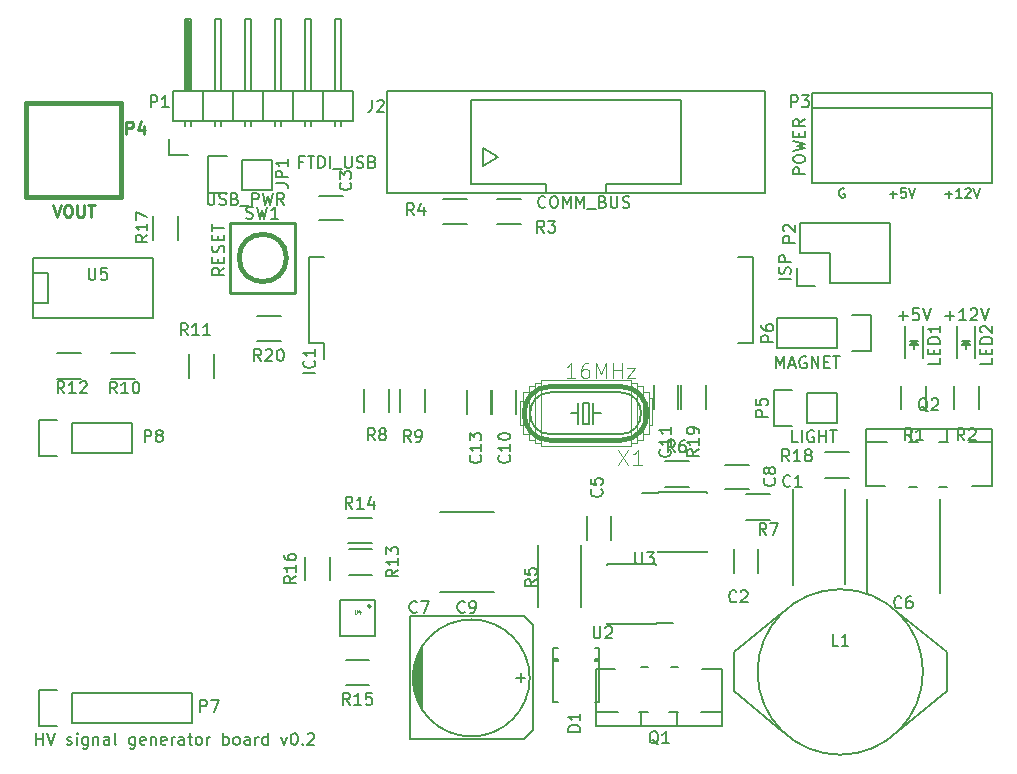
<source format=gto>
G04 #@! TF.FileFunction,Legend,Top*
%FSLAX46Y46*%
G04 Gerber Fmt 4.6, Leading zero omitted, Abs format (unit mm)*
G04 Created by KiCad (PCBNEW 4.0.1-stable) date 4/15/2016 12:47:17 PM*
%MOMM*%
G01*
G04 APERTURE LIST*
%ADD10C,0.150000*%
%ADD11C,0.200000*%
%ADD12C,0.381000*%
%ADD13C,0.254000*%
%ADD14C,0.444500*%
%ADD15C,0.066040*%
%ADD16C,0.406400*%
%ADD17C,0.152400*%
%ADD18C,0.203200*%
%ADD19C,0.088900*%
%ADD20C,0.075000*%
G04 APERTURE END LIST*
D10*
D11*
X18399095Y-70683381D02*
X18399095Y-69683381D01*
X18399095Y-70159571D02*
X18970524Y-70159571D01*
X18970524Y-70683381D02*
X18970524Y-69683381D01*
X19303857Y-69683381D02*
X19637190Y-70683381D01*
X19970524Y-69683381D01*
X21018143Y-70635762D02*
X21113381Y-70683381D01*
X21303857Y-70683381D01*
X21399096Y-70635762D01*
X21446715Y-70540524D01*
X21446715Y-70492905D01*
X21399096Y-70397667D01*
X21303857Y-70350048D01*
X21161000Y-70350048D01*
X21065762Y-70302429D01*
X21018143Y-70207190D01*
X21018143Y-70159571D01*
X21065762Y-70064333D01*
X21161000Y-70016714D01*
X21303857Y-70016714D01*
X21399096Y-70064333D01*
X21875286Y-70683381D02*
X21875286Y-70016714D01*
X21875286Y-69683381D02*
X21827667Y-69731000D01*
X21875286Y-69778619D01*
X21922905Y-69731000D01*
X21875286Y-69683381D01*
X21875286Y-69778619D01*
X22780048Y-70016714D02*
X22780048Y-70826238D01*
X22732429Y-70921476D01*
X22684810Y-70969095D01*
X22589571Y-71016714D01*
X22446714Y-71016714D01*
X22351476Y-70969095D01*
X22780048Y-70635762D02*
X22684810Y-70683381D01*
X22494333Y-70683381D01*
X22399095Y-70635762D01*
X22351476Y-70588143D01*
X22303857Y-70492905D01*
X22303857Y-70207190D01*
X22351476Y-70111952D01*
X22399095Y-70064333D01*
X22494333Y-70016714D01*
X22684810Y-70016714D01*
X22780048Y-70064333D01*
X23256238Y-70016714D02*
X23256238Y-70683381D01*
X23256238Y-70111952D02*
X23303857Y-70064333D01*
X23399095Y-70016714D01*
X23541953Y-70016714D01*
X23637191Y-70064333D01*
X23684810Y-70159571D01*
X23684810Y-70683381D01*
X24589572Y-70683381D02*
X24589572Y-70159571D01*
X24541953Y-70064333D01*
X24446715Y-70016714D01*
X24256238Y-70016714D01*
X24161000Y-70064333D01*
X24589572Y-70635762D02*
X24494334Y-70683381D01*
X24256238Y-70683381D01*
X24161000Y-70635762D01*
X24113381Y-70540524D01*
X24113381Y-70445286D01*
X24161000Y-70350048D01*
X24256238Y-70302429D01*
X24494334Y-70302429D01*
X24589572Y-70254810D01*
X25208619Y-70683381D02*
X25113381Y-70635762D01*
X25065762Y-70540524D01*
X25065762Y-69683381D01*
X26780049Y-70016714D02*
X26780049Y-70826238D01*
X26732430Y-70921476D01*
X26684811Y-70969095D01*
X26589572Y-71016714D01*
X26446715Y-71016714D01*
X26351477Y-70969095D01*
X26780049Y-70635762D02*
X26684811Y-70683381D01*
X26494334Y-70683381D01*
X26399096Y-70635762D01*
X26351477Y-70588143D01*
X26303858Y-70492905D01*
X26303858Y-70207190D01*
X26351477Y-70111952D01*
X26399096Y-70064333D01*
X26494334Y-70016714D01*
X26684811Y-70016714D01*
X26780049Y-70064333D01*
X27637192Y-70635762D02*
X27541954Y-70683381D01*
X27351477Y-70683381D01*
X27256239Y-70635762D01*
X27208620Y-70540524D01*
X27208620Y-70159571D01*
X27256239Y-70064333D01*
X27351477Y-70016714D01*
X27541954Y-70016714D01*
X27637192Y-70064333D01*
X27684811Y-70159571D01*
X27684811Y-70254810D01*
X27208620Y-70350048D01*
X28113382Y-70016714D02*
X28113382Y-70683381D01*
X28113382Y-70111952D02*
X28161001Y-70064333D01*
X28256239Y-70016714D01*
X28399097Y-70016714D01*
X28494335Y-70064333D01*
X28541954Y-70159571D01*
X28541954Y-70683381D01*
X29399097Y-70635762D02*
X29303859Y-70683381D01*
X29113382Y-70683381D01*
X29018144Y-70635762D01*
X28970525Y-70540524D01*
X28970525Y-70159571D01*
X29018144Y-70064333D01*
X29113382Y-70016714D01*
X29303859Y-70016714D01*
X29399097Y-70064333D01*
X29446716Y-70159571D01*
X29446716Y-70254810D01*
X28970525Y-70350048D01*
X29875287Y-70683381D02*
X29875287Y-70016714D01*
X29875287Y-70207190D02*
X29922906Y-70111952D01*
X29970525Y-70064333D01*
X30065763Y-70016714D01*
X30161002Y-70016714D01*
X30922907Y-70683381D02*
X30922907Y-70159571D01*
X30875288Y-70064333D01*
X30780050Y-70016714D01*
X30589573Y-70016714D01*
X30494335Y-70064333D01*
X30922907Y-70635762D02*
X30827669Y-70683381D01*
X30589573Y-70683381D01*
X30494335Y-70635762D01*
X30446716Y-70540524D01*
X30446716Y-70445286D01*
X30494335Y-70350048D01*
X30589573Y-70302429D01*
X30827669Y-70302429D01*
X30922907Y-70254810D01*
X31256240Y-70016714D02*
X31637192Y-70016714D01*
X31399097Y-69683381D02*
X31399097Y-70540524D01*
X31446716Y-70635762D01*
X31541954Y-70683381D01*
X31637192Y-70683381D01*
X32113383Y-70683381D02*
X32018145Y-70635762D01*
X31970526Y-70588143D01*
X31922907Y-70492905D01*
X31922907Y-70207190D01*
X31970526Y-70111952D01*
X32018145Y-70064333D01*
X32113383Y-70016714D01*
X32256241Y-70016714D01*
X32351479Y-70064333D01*
X32399098Y-70111952D01*
X32446717Y-70207190D01*
X32446717Y-70492905D01*
X32399098Y-70588143D01*
X32351479Y-70635762D01*
X32256241Y-70683381D01*
X32113383Y-70683381D01*
X32875288Y-70683381D02*
X32875288Y-70016714D01*
X32875288Y-70207190D02*
X32922907Y-70111952D01*
X32970526Y-70064333D01*
X33065764Y-70016714D01*
X33161003Y-70016714D01*
X34256241Y-70683381D02*
X34256241Y-69683381D01*
X34256241Y-70064333D02*
X34351479Y-70016714D01*
X34541956Y-70016714D01*
X34637194Y-70064333D01*
X34684813Y-70111952D01*
X34732432Y-70207190D01*
X34732432Y-70492905D01*
X34684813Y-70588143D01*
X34637194Y-70635762D01*
X34541956Y-70683381D01*
X34351479Y-70683381D01*
X34256241Y-70635762D01*
X35303860Y-70683381D02*
X35208622Y-70635762D01*
X35161003Y-70588143D01*
X35113384Y-70492905D01*
X35113384Y-70207190D01*
X35161003Y-70111952D01*
X35208622Y-70064333D01*
X35303860Y-70016714D01*
X35446718Y-70016714D01*
X35541956Y-70064333D01*
X35589575Y-70111952D01*
X35637194Y-70207190D01*
X35637194Y-70492905D01*
X35589575Y-70588143D01*
X35541956Y-70635762D01*
X35446718Y-70683381D01*
X35303860Y-70683381D01*
X36494337Y-70683381D02*
X36494337Y-70159571D01*
X36446718Y-70064333D01*
X36351480Y-70016714D01*
X36161003Y-70016714D01*
X36065765Y-70064333D01*
X36494337Y-70635762D02*
X36399099Y-70683381D01*
X36161003Y-70683381D01*
X36065765Y-70635762D01*
X36018146Y-70540524D01*
X36018146Y-70445286D01*
X36065765Y-70350048D01*
X36161003Y-70302429D01*
X36399099Y-70302429D01*
X36494337Y-70254810D01*
X36970527Y-70683381D02*
X36970527Y-70016714D01*
X36970527Y-70207190D02*
X37018146Y-70111952D01*
X37065765Y-70064333D01*
X37161003Y-70016714D01*
X37256242Y-70016714D01*
X38018147Y-70683381D02*
X38018147Y-69683381D01*
X38018147Y-70635762D02*
X37922909Y-70683381D01*
X37732432Y-70683381D01*
X37637194Y-70635762D01*
X37589575Y-70588143D01*
X37541956Y-70492905D01*
X37541956Y-70207190D01*
X37589575Y-70111952D01*
X37637194Y-70064333D01*
X37732432Y-70016714D01*
X37922909Y-70016714D01*
X38018147Y-70064333D01*
X39161004Y-70016714D02*
X39399099Y-70683381D01*
X39637195Y-70016714D01*
X40208623Y-69683381D02*
X40303862Y-69683381D01*
X40399100Y-69731000D01*
X40446719Y-69778619D01*
X40494338Y-69873857D01*
X40541957Y-70064333D01*
X40541957Y-70302429D01*
X40494338Y-70492905D01*
X40446719Y-70588143D01*
X40399100Y-70635762D01*
X40303862Y-70683381D01*
X40208623Y-70683381D01*
X40113385Y-70635762D01*
X40065766Y-70588143D01*
X40018147Y-70492905D01*
X39970528Y-70302429D01*
X39970528Y-70064333D01*
X40018147Y-69873857D01*
X40065766Y-69778619D01*
X40113385Y-69731000D01*
X40208623Y-69683381D01*
X40970528Y-70588143D02*
X41018147Y-70635762D01*
X40970528Y-70683381D01*
X40922909Y-70635762D01*
X40970528Y-70588143D01*
X40970528Y-70683381D01*
X41399099Y-69778619D02*
X41446718Y-69731000D01*
X41541956Y-69683381D01*
X41780052Y-69683381D01*
X41875290Y-69731000D01*
X41922909Y-69778619D01*
X41970528Y-69873857D01*
X41970528Y-69969095D01*
X41922909Y-70111952D01*
X41351480Y-70683381D01*
X41970528Y-70683381D01*
D10*
X95364476Y-24060143D02*
X95974000Y-24060143D01*
X95669238Y-24364905D02*
X95669238Y-23755381D01*
X96774000Y-24364905D02*
X96316857Y-24364905D01*
X96545428Y-24364905D02*
X96545428Y-23564905D01*
X96469238Y-23679190D01*
X96393047Y-23755381D01*
X96316857Y-23793476D01*
X97078762Y-23641095D02*
X97116857Y-23603000D01*
X97193048Y-23564905D01*
X97383524Y-23564905D01*
X97459714Y-23603000D01*
X97497810Y-23641095D01*
X97535905Y-23717286D01*
X97535905Y-23793476D01*
X97497810Y-23907762D01*
X97040667Y-24364905D01*
X97535905Y-24364905D01*
X97764476Y-23564905D02*
X98031143Y-24364905D01*
X98297810Y-23564905D01*
X90665429Y-24060143D02*
X91274953Y-24060143D01*
X90970191Y-24364905D02*
X90970191Y-23755381D01*
X92036858Y-23564905D02*
X91655905Y-23564905D01*
X91617810Y-23945857D01*
X91655905Y-23907762D01*
X91732096Y-23869667D01*
X91922572Y-23869667D01*
X91998762Y-23907762D01*
X92036858Y-23945857D01*
X92074953Y-24022048D01*
X92074953Y-24212524D01*
X92036858Y-24288714D01*
X91998762Y-24326810D01*
X91922572Y-24364905D01*
X91732096Y-24364905D01*
X91655905Y-24326810D01*
X91617810Y-24288714D01*
X92303524Y-23564905D02*
X92570191Y-24364905D01*
X92836858Y-23564905D01*
X86823524Y-23603000D02*
X86747333Y-23564905D01*
X86633048Y-23564905D01*
X86518762Y-23603000D01*
X86442571Y-23679190D01*
X86404476Y-23755381D01*
X86366381Y-23907762D01*
X86366381Y-24022048D01*
X86404476Y-24174429D01*
X86442571Y-24250619D01*
X86518762Y-24326810D01*
X86633048Y-24364905D01*
X86709238Y-24364905D01*
X86823524Y-24326810D01*
X86861619Y-24288714D01*
X86861619Y-24022048D01*
X86709238Y-24022048D01*
X41520000Y-36695000D02*
X42790000Y-36695000D01*
X41520000Y-29345000D02*
X42790000Y-29345000D01*
X79130000Y-29345000D02*
X77860000Y-29345000D01*
X79130000Y-36695000D02*
X77860000Y-36695000D01*
X41520000Y-36695000D02*
X41520000Y-29345000D01*
X79130000Y-36695000D02*
X79130000Y-29345000D01*
X42790000Y-36695000D02*
X42790000Y-37980000D01*
X86909000Y-57032000D02*
X86909000Y-49032000D01*
X82509000Y-49032000D02*
X82509000Y-57132000D01*
X94921000Y-49894000D02*
X94921000Y-57794000D01*
X88721000Y-49894000D02*
X88721000Y-57794000D01*
X66085000Y-62520000D02*
X65685000Y-62520000D01*
X62185000Y-62520000D02*
X62585000Y-62520000D01*
X62185000Y-67020000D02*
X62585000Y-67020000D01*
X66085000Y-67020000D02*
X65685000Y-67020000D01*
X62185000Y-63420000D02*
X62585000Y-63420000D01*
X62585000Y-63420000D02*
X62585000Y-63570000D01*
X62585000Y-63570000D02*
X62185000Y-63570000D01*
X66085000Y-63420000D02*
X65685000Y-63420000D01*
X65685000Y-63420000D02*
X65685000Y-63570000D01*
X65685000Y-63570000D02*
X66085000Y-63570000D01*
X66085000Y-62520000D02*
X66085000Y-67020000D01*
X62185000Y-67020000D02*
X62185000Y-62520000D01*
X91960000Y-35230000D02*
X91960000Y-37930000D01*
X93460000Y-35230000D02*
X93460000Y-37930000D01*
X92560000Y-36730000D02*
X92810000Y-36730000D01*
X92810000Y-36730000D02*
X92660000Y-36580000D01*
X93060000Y-36480000D02*
X92360000Y-36480000D01*
X92710000Y-36830000D02*
X92710000Y-37180000D01*
X92710000Y-36480000D02*
X93060000Y-36830000D01*
X93060000Y-36830000D02*
X92360000Y-36830000D01*
X92360000Y-36830000D02*
X92710000Y-36480000D01*
X96405000Y-35230000D02*
X96405000Y-37930000D01*
X97905000Y-35230000D02*
X97905000Y-37930000D01*
X97005000Y-36730000D02*
X97255000Y-36730000D01*
X97255000Y-36730000D02*
X97105000Y-36580000D01*
X97505000Y-36480000D02*
X96805000Y-36480000D01*
X97155000Y-36830000D02*
X97155000Y-37180000D01*
X97155000Y-36480000D02*
X97505000Y-36830000D01*
X97505000Y-36830000D02*
X96805000Y-36830000D01*
X96805000Y-36830000D02*
X97155000Y-36480000D01*
X80137000Y-15367000D02*
X80137000Y-24003000D01*
X80137000Y-24003000D02*
X48133000Y-24003000D01*
X48133000Y-15367000D02*
X80137000Y-15367000D01*
X55245000Y-23241000D02*
X55245000Y-16129000D01*
X73025000Y-23241000D02*
X73025000Y-16129000D01*
X61595000Y-24003000D02*
X61595000Y-23241000D01*
X61595000Y-23241000D02*
X55245000Y-23241000D01*
X55245000Y-16129000D02*
X73025000Y-16129000D01*
X73025000Y-23241000D02*
X66675000Y-23241000D01*
X66675000Y-23241000D02*
X66675000Y-24003000D01*
X48133000Y-24003000D02*
X48133000Y-15367000D01*
X57531000Y-20955000D02*
X56261000Y-20193000D01*
X56261000Y-20193000D02*
X56261000Y-21717000D01*
X56261000Y-21717000D02*
X57531000Y-20955000D01*
X35814000Y-21145500D02*
X38354000Y-21145500D01*
X32994000Y-20865500D02*
X34544000Y-20865500D01*
X35814000Y-21145500D02*
X35814000Y-23685500D01*
X34544000Y-23965500D02*
X32994000Y-23965500D01*
X32994000Y-23965500D02*
X32994000Y-20865500D01*
X35814000Y-23685500D02*
X38354000Y-23685500D01*
X38354000Y-23685500D02*
X38354000Y-21145500D01*
X29692000Y-20731000D02*
X31242000Y-20731000D01*
X29692000Y-19431000D02*
X29692000Y-20731000D01*
X31115000Y-15240000D02*
X31115000Y-9398000D01*
X31115000Y-9398000D02*
X31369000Y-9398000D01*
X31369000Y-9398000D02*
X31369000Y-15240000D01*
X31369000Y-15240000D02*
X31242000Y-15240000D01*
X31242000Y-15240000D02*
X31242000Y-9398000D01*
X30988000Y-17907000D02*
X30988000Y-18288000D01*
X31496000Y-17907000D02*
X31496000Y-18288000D01*
X33528000Y-17907000D02*
X33528000Y-18288000D01*
X34036000Y-17907000D02*
X34036000Y-18288000D01*
X36068000Y-17907000D02*
X36068000Y-18288000D01*
X36576000Y-17907000D02*
X36576000Y-18288000D01*
X44196000Y-17907000D02*
X44196000Y-18288000D01*
X43688000Y-17907000D02*
X43688000Y-18288000D01*
X41656000Y-17907000D02*
X41656000Y-18288000D01*
X41148000Y-17907000D02*
X41148000Y-18288000D01*
X39116000Y-17907000D02*
X39116000Y-18288000D01*
X38608000Y-17907000D02*
X38608000Y-18288000D01*
X29972000Y-17907000D02*
X29972000Y-15367000D01*
X32512000Y-17907000D02*
X32512000Y-15367000D01*
X32512000Y-17907000D02*
X35052000Y-17907000D01*
X35052000Y-17907000D02*
X35052000Y-15367000D01*
X33528000Y-15367000D02*
X33528000Y-9271000D01*
X33528000Y-9271000D02*
X34036000Y-9271000D01*
X34036000Y-9271000D02*
X34036000Y-15367000D01*
X35052000Y-15367000D02*
X32512000Y-15367000D01*
X32512000Y-15367000D02*
X29972000Y-15367000D01*
X31496000Y-9271000D02*
X31496000Y-15367000D01*
X30988000Y-9271000D02*
X31496000Y-9271000D01*
X30988000Y-15367000D02*
X30988000Y-9271000D01*
X32512000Y-17907000D02*
X32512000Y-15367000D01*
X29972000Y-17907000D02*
X32512000Y-17907000D01*
X40132000Y-17907000D02*
X40132000Y-15367000D01*
X40132000Y-17907000D02*
X42672000Y-17907000D01*
X42672000Y-17907000D02*
X42672000Y-15367000D01*
X41148000Y-15367000D02*
X41148000Y-9271000D01*
X41148000Y-9271000D02*
X41656000Y-9271000D01*
X41656000Y-9271000D02*
X41656000Y-15367000D01*
X42672000Y-15367000D02*
X40132000Y-15367000D01*
X45212000Y-15367000D02*
X42672000Y-15367000D01*
X44196000Y-9271000D02*
X44196000Y-15367000D01*
X43688000Y-9271000D02*
X44196000Y-9271000D01*
X43688000Y-15367000D02*
X43688000Y-9271000D01*
X45212000Y-17907000D02*
X45212000Y-15367000D01*
X42672000Y-17907000D02*
X45212000Y-17907000D01*
X42672000Y-17907000D02*
X42672000Y-15367000D01*
X37592000Y-17907000D02*
X37592000Y-15367000D01*
X37592000Y-17907000D02*
X40132000Y-17907000D01*
X40132000Y-17907000D02*
X40132000Y-15367000D01*
X38608000Y-15367000D02*
X38608000Y-9271000D01*
X38608000Y-9271000D02*
X39116000Y-9271000D01*
X39116000Y-9271000D02*
X39116000Y-15367000D01*
X40132000Y-15367000D02*
X37592000Y-15367000D01*
X37592000Y-15367000D02*
X35052000Y-15367000D01*
X36576000Y-9271000D02*
X36576000Y-15367000D01*
X36068000Y-9271000D02*
X36576000Y-9271000D01*
X36068000Y-15367000D02*
X36068000Y-9271000D01*
X37592000Y-17907000D02*
X37592000Y-15367000D01*
X35052000Y-17907000D02*
X37592000Y-17907000D01*
X35052000Y-17907000D02*
X35052000Y-15367000D01*
X85648800Y-31546800D02*
X90728800Y-31546800D01*
X82828800Y-31826800D02*
X82828800Y-30276800D01*
X83108800Y-29006800D02*
X85648800Y-29006800D01*
X85648800Y-29006800D02*
X85648800Y-31546800D01*
X90728800Y-31546800D02*
X90728800Y-26466800D01*
X90728800Y-26466800D02*
X85648800Y-26466800D01*
X82828800Y-31826800D02*
X84378800Y-31826800D01*
X83108800Y-26466800D02*
X83108800Y-29006800D01*
X85648800Y-26466800D02*
X83108800Y-26466800D01*
D12*
X25590000Y-16320000D02*
X17590000Y-16320000D01*
X17590000Y-16320000D02*
X17590000Y-24320000D01*
X17590000Y-24320000D02*
X25590000Y-24320000D01*
X25590000Y-24320000D02*
X25590000Y-16320000D01*
D10*
X93785000Y-40275000D02*
X93785000Y-42275000D01*
X91635000Y-42275000D02*
X91635000Y-40275000D01*
X98230000Y-40275000D02*
X98230000Y-42275000D01*
X96080000Y-42275000D02*
X96080000Y-40275000D01*
X57420000Y-24452000D02*
X59420000Y-24452000D01*
X59420000Y-26602000D02*
X57420000Y-26602000D01*
X52848000Y-24452000D02*
X54848000Y-24452000D01*
X54848000Y-26602000D02*
X52848000Y-26602000D01*
X64563000Y-53788000D02*
X64563000Y-58988000D01*
X60913000Y-58988000D02*
X60913000Y-53788000D01*
X80502000Y-51621000D02*
X78502000Y-51621000D01*
X78502000Y-49471000D02*
X80502000Y-49471000D01*
X46169000Y-42529000D02*
X46169000Y-40529000D01*
X48319000Y-40529000D02*
X48319000Y-42529000D01*
X51367000Y-40529000D02*
X51367000Y-42529000D01*
X49217000Y-42529000D02*
X49217000Y-40529000D01*
X26781000Y-39683000D02*
X24781000Y-39683000D01*
X24781000Y-37533000D02*
X26781000Y-37533000D01*
X31310000Y-39608000D02*
X31310000Y-37608000D01*
X33460000Y-37608000D02*
X33460000Y-39608000D01*
X22209000Y-39683000D02*
X20209000Y-39683000D01*
X20209000Y-37533000D02*
X22209000Y-37533000D01*
X44872400Y-54144600D02*
X46872400Y-54144600D01*
X46872400Y-56294600D02*
X44872400Y-56294600D01*
X46821600Y-53602200D02*
X44821600Y-53602200D01*
X44821600Y-51452200D02*
X46821600Y-51452200D01*
X44618400Y-63466400D02*
X46618400Y-63466400D01*
X46618400Y-65616400D02*
X44618400Y-65616400D01*
X43315200Y-54753000D02*
X43315200Y-56753000D01*
X41165200Y-56753000D02*
X41165200Y-54753000D01*
X28262000Y-27924000D02*
X28262000Y-25924000D01*
X30412000Y-25924000D02*
X30412000Y-27924000D01*
D13*
X40342820Y-26464260D02*
X40342820Y-32463740D01*
X40342820Y-32463740D02*
X34841180Y-32463740D01*
X34841180Y-32463740D02*
X34841180Y-26464260D01*
X34841180Y-26464260D02*
X40342820Y-26464260D01*
D14*
X39590980Y-29464000D02*
G75*
G03X39590980Y-29464000I-1998980J0D01*
G01*
D10*
X70909000Y-60487000D02*
X70909000Y-60342000D01*
X66759000Y-60487000D02*
X66759000Y-60342000D01*
X66759000Y-55337000D02*
X66759000Y-55482000D01*
X70909000Y-55337000D02*
X70909000Y-55482000D01*
X70909000Y-60487000D02*
X66759000Y-60487000D01*
X70909000Y-55337000D02*
X66759000Y-55337000D01*
X70909000Y-60342000D02*
X72309000Y-60342000D01*
X71077000Y-49241000D02*
X71077000Y-49386000D01*
X75227000Y-49241000D02*
X75227000Y-49386000D01*
X75227000Y-54391000D02*
X75227000Y-54246000D01*
X71077000Y-54391000D02*
X71077000Y-54246000D01*
X71077000Y-49241000D02*
X75227000Y-49241000D01*
X71077000Y-54391000D02*
X75227000Y-54391000D01*
X71077000Y-49386000D02*
X69677000Y-49386000D01*
D15*
X68732400Y-39827200D02*
X61112400Y-39827200D01*
X61112400Y-39827200D02*
X61112400Y-45415200D01*
X68732400Y-45415200D02*
X61112400Y-45415200D01*
X68732400Y-39827200D02*
X68732400Y-45415200D01*
X69240400Y-40081200D02*
X68732400Y-40081200D01*
X68732400Y-40081200D02*
X68732400Y-45161200D01*
X69240400Y-45161200D02*
X68732400Y-45161200D01*
X69240400Y-40081200D02*
X69240400Y-45161200D01*
X69748400Y-40335200D02*
X69240400Y-40335200D01*
X69240400Y-40335200D02*
X69240400Y-44907200D01*
X69748400Y-44907200D02*
X69240400Y-44907200D01*
X69748400Y-40335200D02*
X69748400Y-44907200D01*
X70256400Y-40843200D02*
X69748400Y-40843200D01*
X69748400Y-40843200D02*
X69748400Y-44399200D01*
X70256400Y-44399200D02*
X69748400Y-44399200D01*
X70256400Y-40843200D02*
X70256400Y-44399200D01*
X70510400Y-41351200D02*
X70256400Y-41351200D01*
X70256400Y-41351200D02*
X70256400Y-43637200D01*
X70510400Y-43637200D02*
X70256400Y-43637200D01*
X70510400Y-41351200D02*
X70510400Y-43637200D01*
X61112400Y-40081200D02*
X60604400Y-40081200D01*
X60604400Y-40081200D02*
X60604400Y-45161200D01*
X61112400Y-45161200D02*
X60604400Y-45161200D01*
X61112400Y-40081200D02*
X61112400Y-45161200D01*
X60604400Y-40335200D02*
X60096400Y-40335200D01*
X60096400Y-40335200D02*
X60096400Y-44907200D01*
X60604400Y-44907200D02*
X60096400Y-44907200D01*
X60604400Y-40335200D02*
X60604400Y-44907200D01*
X60096400Y-40843200D02*
X59588400Y-40843200D01*
X59588400Y-40843200D02*
X59588400Y-44399200D01*
X60096400Y-44399200D02*
X59588400Y-44399200D01*
X60096400Y-40843200D02*
X60096400Y-44399200D01*
X59588400Y-41605200D02*
X59334400Y-41605200D01*
X59334400Y-41605200D02*
X59334400Y-43637200D01*
X59588400Y-43637200D02*
X59334400Y-43637200D01*
X59588400Y-41605200D02*
X59588400Y-43637200D01*
D16*
X67843400Y-40335200D02*
X62001400Y-40335200D01*
X67843400Y-44907200D02*
X62001400Y-44907200D01*
D17*
X67843400Y-40843200D02*
X62001400Y-40843200D01*
X62001400Y-44399200D02*
X67843400Y-44399200D01*
X65176400Y-43510200D02*
X64668400Y-43510200D01*
X64668400Y-43510200D02*
X64668400Y-41732200D01*
X64668400Y-41732200D02*
X65176400Y-41732200D01*
X65176400Y-41732200D02*
X65176400Y-43510200D01*
X64287400Y-43510200D02*
X64287400Y-42621200D01*
X64287400Y-42621200D02*
X64287400Y-41732200D01*
X65557400Y-43510200D02*
X65557400Y-42621200D01*
X65557400Y-42621200D02*
X65557400Y-41732200D01*
X64287400Y-42621200D02*
X63652400Y-42621200D01*
X65557400Y-42621200D02*
X66192400Y-42621200D01*
X62001400Y-40843200D02*
G75*
G03X62001400Y-44399200I0J-1778000D01*
G01*
D16*
X62001400Y-40335200D02*
G75*
G03X62001400Y-44907200I0J-2286000D01*
G01*
X67843400Y-44907200D02*
G75*
G03X67843400Y-40335200I0J2286000D01*
G01*
D17*
X67843400Y-44399200D02*
G75*
G03X67843400Y-40843200I0J1778000D01*
G01*
D10*
X99314000Y-15494000D02*
X99314000Y-23114000D01*
X84074000Y-15494000D02*
X84074000Y-23114000D01*
X99314000Y-16764000D02*
X84074000Y-16764000D01*
X99314000Y-23114000D02*
X84074000Y-23114000D01*
X99314000Y-15494000D02*
X84074000Y-15494000D01*
X46759821Y-58944000D02*
G75*
G03X46759821Y-58944000I-141421J0D01*
G01*
X47118400Y-61444000D02*
X44118400Y-61444000D01*
X44118400Y-61444000D02*
X44118400Y-58444000D01*
X44118400Y-58444000D02*
X47118400Y-58444000D01*
X47118400Y-58444000D02*
X47118400Y-61444000D01*
X18161000Y-29464000D02*
X18161000Y-34544000D01*
X18161000Y-34544000D02*
X28321000Y-34544000D01*
X28321000Y-34544000D02*
X28321000Y-29464000D01*
X28321000Y-29464000D02*
X18161000Y-29464000D01*
X18161000Y-30734000D02*
X19431000Y-30734000D01*
X19431000Y-30734000D02*
X19431000Y-33274000D01*
X19431000Y-33274000D02*
X18161000Y-33274000D01*
X83693000Y-40894000D02*
X86233000Y-40894000D01*
X80873000Y-40614000D02*
X82423000Y-40614000D01*
X83693000Y-40894000D02*
X83693000Y-43434000D01*
X82423000Y-43714000D02*
X80873000Y-43714000D01*
X80873000Y-43714000D02*
X80873000Y-40614000D01*
X83693000Y-43434000D02*
X86233000Y-43434000D01*
X86233000Y-43434000D02*
X86233000Y-40894000D01*
X86233000Y-34544000D02*
X81153000Y-34544000D01*
X81153000Y-34544000D02*
X81153000Y-37084000D01*
X81153000Y-37084000D02*
X86233000Y-37084000D01*
X89053000Y-37364000D02*
X87503000Y-37364000D01*
X86233000Y-37084000D02*
X86233000Y-34544000D01*
X87503000Y-34264000D02*
X89053000Y-34264000D01*
X89053000Y-34264000D02*
X89053000Y-37364000D01*
X72966000Y-42224200D02*
X72966000Y-40224200D01*
X75116000Y-40224200D02*
X75116000Y-42224200D01*
X37100000Y-34358000D02*
X39100000Y-34358000D01*
X39100000Y-36508000D02*
X37100000Y-36508000D01*
X42370500Y-26234500D02*
X44370500Y-26234500D01*
X44370500Y-24184500D02*
X42370500Y-24184500D01*
X65015000Y-51324000D02*
X65015000Y-53324000D01*
X67065000Y-53324000D02*
X67065000Y-51324000D01*
X76724000Y-49031000D02*
X78724000Y-49031000D01*
X78724000Y-46981000D02*
X76724000Y-46981000D01*
X59064000Y-42656000D02*
X59064000Y-40656000D01*
X57014000Y-40656000D02*
X57014000Y-42656000D01*
X72729200Y-42224200D02*
X72729200Y-40224200D01*
X70679200Y-40224200D02*
X70679200Y-42224200D01*
X56905000Y-42656000D02*
X56905000Y-40656000D01*
X54855000Y-40656000D02*
X54855000Y-42656000D01*
X77461000Y-54118000D02*
X77461000Y-56118000D01*
X79511000Y-56118000D02*
X79511000Y-54118000D01*
X73644000Y-48827000D02*
X71644000Y-48827000D01*
X71644000Y-46677000D02*
X73644000Y-46677000D01*
X65786000Y-67945000D02*
X67691000Y-67945000D01*
X70231000Y-67945000D02*
X69469000Y-67945000D01*
X72644000Y-67945000D02*
X72771000Y-67945000D01*
X72644000Y-67945000D02*
X72009000Y-67945000D01*
X76454000Y-67945000D02*
X74676000Y-67945000D01*
X76454000Y-64262000D02*
X74803000Y-64262000D01*
X72136000Y-64135000D02*
X72771000Y-64135000D01*
X69596000Y-64135000D02*
X70231000Y-64135000D01*
X65786000Y-64262000D02*
X67437000Y-64262000D01*
X72644000Y-69088000D02*
X72644000Y-67945000D01*
X69596000Y-69088000D02*
X69596000Y-67945000D01*
X65786000Y-67945000D02*
X65786000Y-64262000D01*
X76454000Y-64262000D02*
X76454000Y-67945000D01*
X65786000Y-69088000D02*
X65786000Y-67945000D01*
X76454000Y-67945000D02*
X76454000Y-69088000D01*
X71120000Y-69088000D02*
X76454000Y-69088000D01*
X71120000Y-69088000D02*
X65786000Y-69088000D01*
X99314000Y-45085000D02*
X97409000Y-45085000D01*
X94869000Y-45085000D02*
X95631000Y-45085000D01*
X92456000Y-45085000D02*
X92329000Y-45085000D01*
X92456000Y-45085000D02*
X93091000Y-45085000D01*
X88646000Y-45085000D02*
X90424000Y-45085000D01*
X88646000Y-48768000D02*
X90297000Y-48768000D01*
X92964000Y-48895000D02*
X92329000Y-48895000D01*
X95504000Y-48895000D02*
X94869000Y-48895000D01*
X99314000Y-48768000D02*
X97663000Y-48768000D01*
X92456000Y-43942000D02*
X92456000Y-45085000D01*
X95504000Y-43942000D02*
X95504000Y-45085000D01*
X99314000Y-45085000D02*
X99314000Y-48768000D01*
X88646000Y-48768000D02*
X88646000Y-45085000D01*
X99314000Y-43942000D02*
X99314000Y-45085000D01*
X88646000Y-45085000D02*
X88646000Y-43942000D01*
X93980000Y-43942000D02*
X88646000Y-43942000D01*
X93980000Y-43942000D02*
X99314000Y-43942000D01*
X50419000Y-66040000D02*
X50419000Y-64008000D01*
X50546000Y-63627000D02*
X50546000Y-66548000D01*
X50673000Y-66802000D02*
X50673000Y-63246000D01*
X50800000Y-62865000D02*
X50800000Y-67183000D01*
X50927000Y-67437000D02*
X50927000Y-62611000D01*
X51054000Y-62484000D02*
X51054000Y-67564000D01*
X50038000Y-59817000D02*
X50038000Y-70231000D01*
X50038000Y-70231000D02*
X59690000Y-70231000D01*
X59690000Y-70231000D02*
X60452000Y-69469000D01*
X60452000Y-69469000D02*
X60452000Y-60579000D01*
X60452000Y-60579000D02*
X59690000Y-59817000D01*
X59690000Y-59817000D02*
X50038000Y-59817000D01*
X59817000Y-65024000D02*
X59055000Y-65024000D01*
X59436000Y-64643000D02*
X59436000Y-65405000D01*
X60198000Y-65024000D02*
G75*
G03X60198000Y-65024000I-4953000J0D01*
G01*
X77470000Y-66167000D02*
X81661000Y-69596000D01*
X95504000Y-62865000D02*
X91313000Y-59436000D01*
X77470000Y-62865000D02*
X81661000Y-59436000D01*
X93491607Y-64516000D02*
G75*
G03X93491607Y-64516000I-7004607J0D01*
G01*
X95504000Y-62865000D02*
X95504000Y-66167000D01*
X95504000Y-66167000D02*
X91313000Y-69596000D01*
X77470000Y-62865000D02*
X77470000Y-66167000D01*
X20193000Y-69114000D02*
X18643000Y-69114000D01*
X18643000Y-69114000D02*
X18643000Y-66014000D01*
X18643000Y-66014000D02*
X20193000Y-66014000D01*
X21463000Y-66294000D02*
X31623000Y-66294000D01*
X31623000Y-66294000D02*
X31623000Y-68834000D01*
X31623000Y-68834000D02*
X21463000Y-68834000D01*
X21463000Y-66294000D02*
X21463000Y-68834000D01*
X21463000Y-45974000D02*
X26543000Y-45974000D01*
X26543000Y-45974000D02*
X26543000Y-43434000D01*
X26543000Y-43434000D02*
X21463000Y-43434000D01*
X18643000Y-43154000D02*
X20193000Y-43154000D01*
X21463000Y-43434000D02*
X21463000Y-45974000D01*
X20193000Y-46254000D02*
X18643000Y-46254000D01*
X18643000Y-46254000D02*
X18643000Y-43154000D01*
X85233000Y-45915000D02*
X87233000Y-45915000D01*
X87233000Y-48065000D02*
X85233000Y-48065000D01*
X52564000Y-57756000D02*
X57164000Y-57756000D01*
X57164000Y-50956000D02*
X52564000Y-50956000D01*
X42032181Y-39203190D02*
X41032181Y-39203190D01*
X41936943Y-38155571D02*
X41984562Y-38203190D01*
X42032181Y-38346047D01*
X42032181Y-38441285D01*
X41984562Y-38584143D01*
X41889324Y-38679381D01*
X41794086Y-38727000D01*
X41603610Y-38774619D01*
X41460752Y-38774619D01*
X41270276Y-38727000D01*
X41175038Y-38679381D01*
X41079800Y-38584143D01*
X41032181Y-38441285D01*
X41032181Y-38346047D01*
X41079800Y-38203190D01*
X41127419Y-38155571D01*
X42032181Y-37203190D02*
X42032181Y-37774619D01*
X42032181Y-37488905D02*
X41032181Y-37488905D01*
X41175038Y-37584143D01*
X41270276Y-37679381D01*
X41317895Y-37774619D01*
X82256334Y-48744143D02*
X82208715Y-48791762D01*
X82065858Y-48839381D01*
X81970620Y-48839381D01*
X81827762Y-48791762D01*
X81732524Y-48696524D01*
X81684905Y-48601286D01*
X81637286Y-48410810D01*
X81637286Y-48267952D01*
X81684905Y-48077476D01*
X81732524Y-47982238D01*
X81827762Y-47887000D01*
X81970620Y-47839381D01*
X82065858Y-47839381D01*
X82208715Y-47887000D01*
X82256334Y-47934619D01*
X83208715Y-48839381D02*
X82637286Y-48839381D01*
X82923000Y-48839381D02*
X82923000Y-47839381D01*
X82827762Y-47982238D01*
X82732524Y-48077476D01*
X82637286Y-48125095D01*
X91654334Y-59031143D02*
X91606715Y-59078762D01*
X91463858Y-59126381D01*
X91368620Y-59126381D01*
X91225762Y-59078762D01*
X91130524Y-58983524D01*
X91082905Y-58888286D01*
X91035286Y-58697810D01*
X91035286Y-58554952D01*
X91082905Y-58364476D01*
X91130524Y-58269238D01*
X91225762Y-58174000D01*
X91368620Y-58126381D01*
X91463858Y-58126381D01*
X91606715Y-58174000D01*
X91654334Y-58221619D01*
X92511477Y-58126381D02*
X92321000Y-58126381D01*
X92225762Y-58174000D01*
X92178143Y-58221619D01*
X92082905Y-58364476D01*
X92035286Y-58554952D01*
X92035286Y-58935905D01*
X92082905Y-59031143D01*
X92130524Y-59078762D01*
X92225762Y-59126381D01*
X92416239Y-59126381D01*
X92511477Y-59078762D01*
X92559096Y-59031143D01*
X92606715Y-58935905D01*
X92606715Y-58697810D01*
X92559096Y-58602571D01*
X92511477Y-58554952D01*
X92416239Y-58507333D01*
X92225762Y-58507333D01*
X92130524Y-58554952D01*
X92082905Y-58602571D01*
X92035286Y-58697810D01*
X64460381Y-69572095D02*
X63460381Y-69572095D01*
X63460381Y-69334000D01*
X63508000Y-69191142D01*
X63603238Y-69095904D01*
X63698476Y-69048285D01*
X63888952Y-69000666D01*
X64031810Y-69000666D01*
X64222286Y-69048285D01*
X64317524Y-69095904D01*
X64412762Y-69191142D01*
X64460381Y-69334000D01*
X64460381Y-69572095D01*
X64460381Y-68048285D02*
X64460381Y-68619714D01*
X64460381Y-68334000D02*
X63460381Y-68334000D01*
X63603238Y-68429238D01*
X63698476Y-68524476D01*
X63746095Y-68619714D01*
X94912381Y-37949047D02*
X94912381Y-38425238D01*
X93912381Y-38425238D01*
X94388571Y-37615714D02*
X94388571Y-37282380D01*
X94912381Y-37139523D02*
X94912381Y-37615714D01*
X93912381Y-37615714D01*
X93912381Y-37139523D01*
X94912381Y-36710952D02*
X93912381Y-36710952D01*
X93912381Y-36472857D01*
X93960000Y-36329999D01*
X94055238Y-36234761D01*
X94150476Y-36187142D01*
X94340952Y-36139523D01*
X94483810Y-36139523D01*
X94674286Y-36187142D01*
X94769524Y-36234761D01*
X94864762Y-36329999D01*
X94912381Y-36472857D01*
X94912381Y-36710952D01*
X94912381Y-35187142D02*
X94912381Y-35758571D01*
X94912381Y-35472857D02*
X93912381Y-35472857D01*
X94055238Y-35568095D01*
X94150476Y-35663333D01*
X94198095Y-35758571D01*
X91424286Y-34361429D02*
X92186191Y-34361429D01*
X91805239Y-34742381D02*
X91805239Y-33980476D01*
X93138572Y-33742381D02*
X92662381Y-33742381D01*
X92614762Y-34218571D01*
X92662381Y-34170952D01*
X92757619Y-34123333D01*
X92995715Y-34123333D01*
X93090953Y-34170952D01*
X93138572Y-34218571D01*
X93186191Y-34313810D01*
X93186191Y-34551905D01*
X93138572Y-34647143D01*
X93090953Y-34694762D01*
X92995715Y-34742381D01*
X92757619Y-34742381D01*
X92662381Y-34694762D01*
X92614762Y-34647143D01*
X93471905Y-33742381D02*
X93805238Y-34742381D01*
X94138572Y-33742381D01*
X99357381Y-37949047D02*
X99357381Y-38425238D01*
X98357381Y-38425238D01*
X98833571Y-37615714D02*
X98833571Y-37282380D01*
X99357381Y-37139523D02*
X99357381Y-37615714D01*
X98357381Y-37615714D01*
X98357381Y-37139523D01*
X99357381Y-36710952D02*
X98357381Y-36710952D01*
X98357381Y-36472857D01*
X98405000Y-36329999D01*
X98500238Y-36234761D01*
X98595476Y-36187142D01*
X98785952Y-36139523D01*
X98928810Y-36139523D01*
X99119286Y-36187142D01*
X99214524Y-36234761D01*
X99309762Y-36329999D01*
X99357381Y-36472857D01*
X99357381Y-36710952D01*
X98452619Y-35758571D02*
X98405000Y-35710952D01*
X98357381Y-35615714D01*
X98357381Y-35377618D01*
X98405000Y-35282380D01*
X98452619Y-35234761D01*
X98547857Y-35187142D01*
X98643095Y-35187142D01*
X98785952Y-35234761D01*
X99357381Y-35806190D01*
X99357381Y-35187142D01*
X95393095Y-34361429D02*
X96155000Y-34361429D01*
X95774048Y-34742381D02*
X95774048Y-33980476D01*
X97155000Y-34742381D02*
X96583571Y-34742381D01*
X96869285Y-34742381D02*
X96869285Y-33742381D01*
X96774047Y-33885238D01*
X96678809Y-33980476D01*
X96583571Y-34028095D01*
X97535952Y-33837619D02*
X97583571Y-33790000D01*
X97678809Y-33742381D01*
X97916905Y-33742381D01*
X98012143Y-33790000D01*
X98059762Y-33837619D01*
X98107381Y-33932857D01*
X98107381Y-34028095D01*
X98059762Y-34170952D01*
X97488333Y-34742381D01*
X98107381Y-34742381D01*
X98393095Y-33742381D02*
X98726428Y-34742381D01*
X99059762Y-33742381D01*
X46847167Y-16089381D02*
X46847167Y-16803667D01*
X46799547Y-16946524D01*
X46704309Y-17041762D01*
X46561452Y-17089381D01*
X46466214Y-17089381D01*
X47275738Y-16184619D02*
X47323357Y-16137000D01*
X47418595Y-16089381D01*
X47656691Y-16089381D01*
X47751929Y-16137000D01*
X47799548Y-16184619D01*
X47847167Y-16279857D01*
X47847167Y-16375095D01*
X47799548Y-16517952D01*
X47228119Y-17089381D01*
X47847167Y-17089381D01*
X61531905Y-25122143D02*
X61484286Y-25169762D01*
X61341429Y-25217381D01*
X61246191Y-25217381D01*
X61103333Y-25169762D01*
X61008095Y-25074524D01*
X60960476Y-24979286D01*
X60912857Y-24788810D01*
X60912857Y-24645952D01*
X60960476Y-24455476D01*
X61008095Y-24360238D01*
X61103333Y-24265000D01*
X61246191Y-24217381D01*
X61341429Y-24217381D01*
X61484286Y-24265000D01*
X61531905Y-24312619D01*
X62150952Y-24217381D02*
X62341429Y-24217381D01*
X62436667Y-24265000D01*
X62531905Y-24360238D01*
X62579524Y-24550714D01*
X62579524Y-24884048D01*
X62531905Y-25074524D01*
X62436667Y-25169762D01*
X62341429Y-25217381D01*
X62150952Y-25217381D01*
X62055714Y-25169762D01*
X61960476Y-25074524D01*
X61912857Y-24884048D01*
X61912857Y-24550714D01*
X61960476Y-24360238D01*
X62055714Y-24265000D01*
X62150952Y-24217381D01*
X63008095Y-25217381D02*
X63008095Y-24217381D01*
X63341429Y-24931667D01*
X63674762Y-24217381D01*
X63674762Y-25217381D01*
X64150952Y-25217381D02*
X64150952Y-24217381D01*
X64484286Y-24931667D01*
X64817619Y-24217381D01*
X64817619Y-25217381D01*
X65055714Y-25312619D02*
X65817619Y-25312619D01*
X66389048Y-24693571D02*
X66531905Y-24741190D01*
X66579524Y-24788810D01*
X66627143Y-24884048D01*
X66627143Y-25026905D01*
X66579524Y-25122143D01*
X66531905Y-25169762D01*
X66436667Y-25217381D01*
X66055714Y-25217381D01*
X66055714Y-24217381D01*
X66389048Y-24217381D01*
X66484286Y-24265000D01*
X66531905Y-24312619D01*
X66579524Y-24407857D01*
X66579524Y-24503095D01*
X66531905Y-24598333D01*
X66484286Y-24645952D01*
X66389048Y-24693571D01*
X66055714Y-24693571D01*
X67055714Y-24217381D02*
X67055714Y-25026905D01*
X67103333Y-25122143D01*
X67150952Y-25169762D01*
X67246190Y-25217381D01*
X67436667Y-25217381D01*
X67531905Y-25169762D01*
X67579524Y-25122143D01*
X67627143Y-25026905D01*
X67627143Y-24217381D01*
X68055714Y-25169762D02*
X68198571Y-25217381D01*
X68436667Y-25217381D01*
X68531905Y-25169762D01*
X68579524Y-25122143D01*
X68627143Y-25026905D01*
X68627143Y-24931667D01*
X68579524Y-24836429D01*
X68531905Y-24788810D01*
X68436667Y-24741190D01*
X68246190Y-24693571D01*
X68150952Y-24645952D01*
X68103333Y-24598333D01*
X68055714Y-24503095D01*
X68055714Y-24407857D01*
X68103333Y-24312619D01*
X68150952Y-24265000D01*
X68246190Y-24217381D01*
X68484286Y-24217381D01*
X68627143Y-24265000D01*
X38695381Y-23121833D02*
X39409667Y-23121833D01*
X39552524Y-23169453D01*
X39647762Y-23264691D01*
X39695381Y-23407548D01*
X39695381Y-23502786D01*
X39695381Y-22645643D02*
X38695381Y-22645643D01*
X38695381Y-22264690D01*
X38743000Y-22169452D01*
X38790619Y-22121833D01*
X38885857Y-22074214D01*
X39028714Y-22074214D01*
X39123952Y-22121833D01*
X39171571Y-22169452D01*
X39219190Y-22264690D01*
X39219190Y-22645643D01*
X39695381Y-21121833D02*
X39695381Y-21693262D01*
X39695381Y-21407548D02*
X38695381Y-21407548D01*
X38838238Y-21502786D01*
X38933476Y-21598024D01*
X38981095Y-21693262D01*
X32917214Y-23963381D02*
X32917214Y-24772905D01*
X32964833Y-24868143D01*
X33012452Y-24915762D01*
X33107690Y-24963381D01*
X33298167Y-24963381D01*
X33393405Y-24915762D01*
X33441024Y-24868143D01*
X33488643Y-24772905D01*
X33488643Y-23963381D01*
X33917214Y-24915762D02*
X34060071Y-24963381D01*
X34298167Y-24963381D01*
X34393405Y-24915762D01*
X34441024Y-24868143D01*
X34488643Y-24772905D01*
X34488643Y-24677667D01*
X34441024Y-24582429D01*
X34393405Y-24534810D01*
X34298167Y-24487190D01*
X34107690Y-24439571D01*
X34012452Y-24391952D01*
X33964833Y-24344333D01*
X33917214Y-24249095D01*
X33917214Y-24153857D01*
X33964833Y-24058619D01*
X34012452Y-24011000D01*
X34107690Y-23963381D01*
X34345786Y-23963381D01*
X34488643Y-24011000D01*
X35250548Y-24439571D02*
X35393405Y-24487190D01*
X35441024Y-24534810D01*
X35488643Y-24630048D01*
X35488643Y-24772905D01*
X35441024Y-24868143D01*
X35393405Y-24915762D01*
X35298167Y-24963381D01*
X34917214Y-24963381D01*
X34917214Y-23963381D01*
X35250548Y-23963381D01*
X35345786Y-24011000D01*
X35393405Y-24058619D01*
X35441024Y-24153857D01*
X35441024Y-24249095D01*
X35393405Y-24344333D01*
X35345786Y-24391952D01*
X35250548Y-24439571D01*
X34917214Y-24439571D01*
X35679119Y-25058619D02*
X36441024Y-25058619D01*
X36679119Y-24963381D02*
X36679119Y-23963381D01*
X37060072Y-23963381D01*
X37155310Y-24011000D01*
X37202929Y-24058619D01*
X37250548Y-24153857D01*
X37250548Y-24296714D01*
X37202929Y-24391952D01*
X37155310Y-24439571D01*
X37060072Y-24487190D01*
X36679119Y-24487190D01*
X37583881Y-23963381D02*
X37821976Y-24963381D01*
X38012453Y-24249095D01*
X38202929Y-24963381D01*
X38441024Y-23963381D01*
X39393405Y-24963381D02*
X39060071Y-24487190D01*
X38821976Y-24963381D02*
X38821976Y-23963381D01*
X39202929Y-23963381D01*
X39298167Y-24011000D01*
X39345786Y-24058619D01*
X39393405Y-24153857D01*
X39393405Y-24296714D01*
X39345786Y-24391952D01*
X39298167Y-24439571D01*
X39202929Y-24487190D01*
X38821976Y-24487190D01*
X28090905Y-16708381D02*
X28090905Y-15708381D01*
X28471858Y-15708381D01*
X28567096Y-15756000D01*
X28614715Y-15803619D01*
X28662334Y-15898857D01*
X28662334Y-16041714D01*
X28614715Y-16136952D01*
X28567096Y-16184571D01*
X28471858Y-16232190D01*
X28090905Y-16232190D01*
X29614715Y-16708381D02*
X29043286Y-16708381D01*
X29329000Y-16708381D02*
X29329000Y-15708381D01*
X29233762Y-15851238D01*
X29138524Y-15946476D01*
X29043286Y-15994095D01*
X41021358Y-21328071D02*
X40688024Y-21328071D01*
X40688024Y-21851881D02*
X40688024Y-20851881D01*
X41164215Y-20851881D01*
X41402310Y-20851881D02*
X41973739Y-20851881D01*
X41688024Y-21851881D02*
X41688024Y-20851881D01*
X42307072Y-21851881D02*
X42307072Y-20851881D01*
X42545167Y-20851881D01*
X42688025Y-20899500D01*
X42783263Y-20994738D01*
X42830882Y-21089976D01*
X42878501Y-21280452D01*
X42878501Y-21423310D01*
X42830882Y-21613786D01*
X42783263Y-21709024D01*
X42688025Y-21804262D01*
X42545167Y-21851881D01*
X42307072Y-21851881D01*
X43307072Y-21851881D02*
X43307072Y-20851881D01*
X43545167Y-21947119D02*
X44307072Y-21947119D01*
X44545167Y-20851881D02*
X44545167Y-21661405D01*
X44592786Y-21756643D01*
X44640405Y-21804262D01*
X44735643Y-21851881D01*
X44926120Y-21851881D01*
X45021358Y-21804262D01*
X45068977Y-21756643D01*
X45116596Y-21661405D01*
X45116596Y-20851881D01*
X45545167Y-21804262D02*
X45688024Y-21851881D01*
X45926120Y-21851881D01*
X46021358Y-21804262D01*
X46068977Y-21756643D01*
X46116596Y-21661405D01*
X46116596Y-21566167D01*
X46068977Y-21470929D01*
X46021358Y-21423310D01*
X45926120Y-21375690D01*
X45735643Y-21328071D01*
X45640405Y-21280452D01*
X45592786Y-21232833D01*
X45545167Y-21137595D01*
X45545167Y-21042357D01*
X45592786Y-20947119D01*
X45640405Y-20899500D01*
X45735643Y-20851881D01*
X45973739Y-20851881D01*
X46116596Y-20899500D01*
X46878501Y-21328071D02*
X47021358Y-21375690D01*
X47068977Y-21423310D01*
X47116596Y-21518548D01*
X47116596Y-21661405D01*
X47068977Y-21756643D01*
X47021358Y-21804262D01*
X46926120Y-21851881D01*
X46545167Y-21851881D01*
X46545167Y-20851881D01*
X46878501Y-20851881D01*
X46973739Y-20899500D01*
X47021358Y-20947119D01*
X47068977Y-21042357D01*
X47068977Y-21137595D01*
X47021358Y-21232833D01*
X46973739Y-21280452D01*
X46878501Y-21328071D01*
X46545167Y-21328071D01*
X82646781Y-28170095D02*
X81646781Y-28170095D01*
X81646781Y-27789142D01*
X81694400Y-27693904D01*
X81742019Y-27646285D01*
X81837257Y-27598666D01*
X81980114Y-27598666D01*
X82075352Y-27646285D01*
X82122971Y-27693904D01*
X82170590Y-27789142D01*
X82170590Y-28170095D01*
X81742019Y-27217714D02*
X81694400Y-27170095D01*
X81646781Y-27074857D01*
X81646781Y-26836761D01*
X81694400Y-26741523D01*
X81742019Y-26693904D01*
X81837257Y-26646285D01*
X81932495Y-26646285D01*
X82075352Y-26693904D01*
X82646781Y-27265333D01*
X82646781Y-26646285D01*
X82291181Y-31252990D02*
X81291181Y-31252990D01*
X82243562Y-30824419D02*
X82291181Y-30681562D01*
X82291181Y-30443466D01*
X82243562Y-30348228D01*
X82195943Y-30300609D01*
X82100705Y-30252990D01*
X82005467Y-30252990D01*
X81910229Y-30300609D01*
X81862610Y-30348228D01*
X81814990Y-30443466D01*
X81767371Y-30633943D01*
X81719752Y-30729181D01*
X81672133Y-30776800D01*
X81576895Y-30824419D01*
X81481657Y-30824419D01*
X81386419Y-30776800D01*
X81338800Y-30729181D01*
X81291181Y-30633943D01*
X81291181Y-30395847D01*
X81338800Y-30252990D01*
X82291181Y-29824419D02*
X81291181Y-29824419D01*
X81291181Y-29443466D01*
X81338800Y-29348228D01*
X81386419Y-29300609D01*
X81481657Y-29252990D01*
X81624514Y-29252990D01*
X81719752Y-29300609D01*
X81767371Y-29348228D01*
X81814990Y-29443466D01*
X81814990Y-29824419D01*
D13*
X26047096Y-18938119D02*
X26047096Y-17922119D01*
X26434143Y-17922119D01*
X26530905Y-17970500D01*
X26579286Y-18018881D01*
X26627667Y-18115643D01*
X26627667Y-18260786D01*
X26579286Y-18357548D01*
X26530905Y-18405929D01*
X26434143Y-18454310D01*
X26047096Y-18454310D01*
X27498524Y-18260786D02*
X27498524Y-18938119D01*
X27256620Y-17873738D02*
X27014715Y-18599452D01*
X27643667Y-18599452D01*
X19799905Y-24963619D02*
X20138572Y-25979619D01*
X20477238Y-24963619D01*
X21009429Y-24963619D02*
X21202952Y-24963619D01*
X21299714Y-25012000D01*
X21396476Y-25108762D01*
X21444857Y-25302286D01*
X21444857Y-25640952D01*
X21396476Y-25834476D01*
X21299714Y-25931238D01*
X21202952Y-25979619D01*
X21009429Y-25979619D01*
X20912667Y-25931238D01*
X20815905Y-25834476D01*
X20767524Y-25640952D01*
X20767524Y-25302286D01*
X20815905Y-25108762D01*
X20912667Y-25012000D01*
X21009429Y-24963619D01*
X21880286Y-24963619D02*
X21880286Y-25786095D01*
X21928667Y-25882857D01*
X21977048Y-25931238D01*
X22073810Y-25979619D01*
X22267333Y-25979619D01*
X22364095Y-25931238D01*
X22412476Y-25882857D01*
X22460857Y-25786095D01*
X22460857Y-24963619D01*
X22799524Y-24963619D02*
X23380095Y-24963619D01*
X23089810Y-25979619D02*
X23089810Y-24963619D01*
D10*
X92543334Y-44902381D02*
X92210000Y-44426190D01*
X91971905Y-44902381D02*
X91971905Y-43902381D01*
X92352858Y-43902381D01*
X92448096Y-43950000D01*
X92495715Y-43997619D01*
X92543334Y-44092857D01*
X92543334Y-44235714D01*
X92495715Y-44330952D01*
X92448096Y-44378571D01*
X92352858Y-44426190D01*
X91971905Y-44426190D01*
X93495715Y-44902381D02*
X92924286Y-44902381D01*
X93210000Y-44902381D02*
X93210000Y-43902381D01*
X93114762Y-44045238D01*
X93019524Y-44140476D01*
X92924286Y-44188095D01*
X96988334Y-44902381D02*
X96655000Y-44426190D01*
X96416905Y-44902381D02*
X96416905Y-43902381D01*
X96797858Y-43902381D01*
X96893096Y-43950000D01*
X96940715Y-43997619D01*
X96988334Y-44092857D01*
X96988334Y-44235714D01*
X96940715Y-44330952D01*
X96893096Y-44378571D01*
X96797858Y-44426190D01*
X96416905Y-44426190D01*
X97369286Y-43997619D02*
X97416905Y-43950000D01*
X97512143Y-43902381D01*
X97750239Y-43902381D01*
X97845477Y-43950000D01*
X97893096Y-43997619D01*
X97940715Y-44092857D01*
X97940715Y-44188095D01*
X97893096Y-44330952D01*
X97321667Y-44902381D01*
X97940715Y-44902381D01*
X61423254Y-27315421D02*
X61089920Y-26839230D01*
X60851825Y-27315421D02*
X60851825Y-26315421D01*
X61232778Y-26315421D01*
X61328016Y-26363040D01*
X61375635Y-26410659D01*
X61423254Y-26505897D01*
X61423254Y-26648754D01*
X61375635Y-26743992D01*
X61328016Y-26791611D01*
X61232778Y-26839230D01*
X60851825Y-26839230D01*
X61756587Y-26315421D02*
X62375635Y-26315421D01*
X62042301Y-26696373D01*
X62185159Y-26696373D01*
X62280397Y-26743992D01*
X62328016Y-26791611D01*
X62375635Y-26886850D01*
X62375635Y-27124945D01*
X62328016Y-27220183D01*
X62280397Y-27267802D01*
X62185159Y-27315421D01*
X61899444Y-27315421D01*
X61804206Y-27267802D01*
X61756587Y-27220183D01*
X50379334Y-25852381D02*
X50046000Y-25376190D01*
X49807905Y-25852381D02*
X49807905Y-24852381D01*
X50188858Y-24852381D01*
X50284096Y-24900000D01*
X50331715Y-24947619D01*
X50379334Y-25042857D01*
X50379334Y-25185714D01*
X50331715Y-25280952D01*
X50284096Y-25328571D01*
X50188858Y-25376190D01*
X49807905Y-25376190D01*
X51236477Y-25185714D02*
X51236477Y-25852381D01*
X50998381Y-24804762D02*
X50760286Y-25519048D01*
X51379334Y-25519048D01*
X60777381Y-56681666D02*
X60301190Y-57015000D01*
X60777381Y-57253095D02*
X59777381Y-57253095D01*
X59777381Y-56872142D01*
X59825000Y-56776904D01*
X59872619Y-56729285D01*
X59967857Y-56681666D01*
X60110714Y-56681666D01*
X60205952Y-56729285D01*
X60253571Y-56776904D01*
X60301190Y-56872142D01*
X60301190Y-57253095D01*
X59777381Y-55776904D02*
X59777381Y-56253095D01*
X60253571Y-56300714D01*
X60205952Y-56253095D01*
X60158333Y-56157857D01*
X60158333Y-55919761D01*
X60205952Y-55824523D01*
X60253571Y-55776904D01*
X60348810Y-55729285D01*
X60586905Y-55729285D01*
X60682143Y-55776904D01*
X60729762Y-55824523D01*
X60777381Y-55919761D01*
X60777381Y-56157857D01*
X60729762Y-56253095D01*
X60682143Y-56300714D01*
X80224334Y-52903381D02*
X79891000Y-52427190D01*
X79652905Y-52903381D02*
X79652905Y-51903381D01*
X80033858Y-51903381D01*
X80129096Y-51951000D01*
X80176715Y-51998619D01*
X80224334Y-52093857D01*
X80224334Y-52236714D01*
X80176715Y-52331952D01*
X80129096Y-52379571D01*
X80033858Y-52427190D01*
X79652905Y-52427190D01*
X80557667Y-51903381D02*
X81224334Y-51903381D01*
X80795762Y-52903381D01*
X47077334Y-44902381D02*
X46744000Y-44426190D01*
X46505905Y-44902381D02*
X46505905Y-43902381D01*
X46886858Y-43902381D01*
X46982096Y-43950000D01*
X47029715Y-43997619D01*
X47077334Y-44092857D01*
X47077334Y-44235714D01*
X47029715Y-44330952D01*
X46982096Y-44378571D01*
X46886858Y-44426190D01*
X46505905Y-44426190D01*
X47648762Y-44330952D02*
X47553524Y-44283333D01*
X47505905Y-44235714D01*
X47458286Y-44140476D01*
X47458286Y-44092857D01*
X47505905Y-43997619D01*
X47553524Y-43950000D01*
X47648762Y-43902381D01*
X47839239Y-43902381D01*
X47934477Y-43950000D01*
X47982096Y-43997619D01*
X48029715Y-44092857D01*
X48029715Y-44140476D01*
X47982096Y-44235714D01*
X47934477Y-44283333D01*
X47839239Y-44330952D01*
X47648762Y-44330952D01*
X47553524Y-44378571D01*
X47505905Y-44426190D01*
X47458286Y-44521429D01*
X47458286Y-44711905D01*
X47505905Y-44807143D01*
X47553524Y-44854762D01*
X47648762Y-44902381D01*
X47839239Y-44902381D01*
X47934477Y-44854762D01*
X47982096Y-44807143D01*
X48029715Y-44711905D01*
X48029715Y-44521429D01*
X47982096Y-44426190D01*
X47934477Y-44378571D01*
X47839239Y-44330952D01*
X50125334Y-45029381D02*
X49792000Y-44553190D01*
X49553905Y-45029381D02*
X49553905Y-44029381D01*
X49934858Y-44029381D01*
X50030096Y-44077000D01*
X50077715Y-44124619D01*
X50125334Y-44219857D01*
X50125334Y-44362714D01*
X50077715Y-44457952D01*
X50030096Y-44505571D01*
X49934858Y-44553190D01*
X49553905Y-44553190D01*
X50601524Y-45029381D02*
X50792000Y-45029381D01*
X50887239Y-44981762D01*
X50934858Y-44934143D01*
X51030096Y-44791286D01*
X51077715Y-44600810D01*
X51077715Y-44219857D01*
X51030096Y-44124619D01*
X50982477Y-44077000D01*
X50887239Y-44029381D01*
X50696762Y-44029381D01*
X50601524Y-44077000D01*
X50553905Y-44124619D01*
X50506286Y-44219857D01*
X50506286Y-44457952D01*
X50553905Y-44553190D01*
X50601524Y-44600810D01*
X50696762Y-44648429D01*
X50887239Y-44648429D01*
X50982477Y-44600810D01*
X51030096Y-44553190D01*
X51077715Y-44457952D01*
X25239743Y-40939981D02*
X24906409Y-40463790D01*
X24668314Y-40939981D02*
X24668314Y-39939981D01*
X25049267Y-39939981D01*
X25144505Y-39987600D01*
X25192124Y-40035219D01*
X25239743Y-40130457D01*
X25239743Y-40273314D01*
X25192124Y-40368552D01*
X25144505Y-40416171D01*
X25049267Y-40463790D01*
X24668314Y-40463790D01*
X26192124Y-40939981D02*
X25620695Y-40939981D01*
X25906409Y-40939981D02*
X25906409Y-39939981D01*
X25811171Y-40082838D01*
X25715933Y-40178076D01*
X25620695Y-40225695D01*
X26811171Y-39939981D02*
X26906410Y-39939981D01*
X27001648Y-39987600D01*
X27049267Y-40035219D01*
X27096886Y-40130457D01*
X27144505Y-40320933D01*
X27144505Y-40559029D01*
X27096886Y-40749505D01*
X27049267Y-40844743D01*
X27001648Y-40892362D01*
X26906410Y-40939981D01*
X26811171Y-40939981D01*
X26715933Y-40892362D01*
X26668314Y-40844743D01*
X26620695Y-40749505D01*
X26573076Y-40559029D01*
X26573076Y-40320933D01*
X26620695Y-40130457D01*
X26668314Y-40035219D01*
X26715933Y-39987600D01*
X26811171Y-39939981D01*
X31234143Y-36012381D02*
X30900809Y-35536190D01*
X30662714Y-36012381D02*
X30662714Y-35012381D01*
X31043667Y-35012381D01*
X31138905Y-35060000D01*
X31186524Y-35107619D01*
X31234143Y-35202857D01*
X31234143Y-35345714D01*
X31186524Y-35440952D01*
X31138905Y-35488571D01*
X31043667Y-35536190D01*
X30662714Y-35536190D01*
X32186524Y-36012381D02*
X31615095Y-36012381D01*
X31900809Y-36012381D02*
X31900809Y-35012381D01*
X31805571Y-35155238D01*
X31710333Y-35250476D01*
X31615095Y-35298095D01*
X33138905Y-36012381D02*
X32567476Y-36012381D01*
X32853190Y-36012381D02*
X32853190Y-35012381D01*
X32757952Y-35155238D01*
X32662714Y-35250476D01*
X32567476Y-35298095D01*
X20794743Y-40914581D02*
X20461409Y-40438390D01*
X20223314Y-40914581D02*
X20223314Y-39914581D01*
X20604267Y-39914581D01*
X20699505Y-39962200D01*
X20747124Y-40009819D01*
X20794743Y-40105057D01*
X20794743Y-40247914D01*
X20747124Y-40343152D01*
X20699505Y-40390771D01*
X20604267Y-40438390D01*
X20223314Y-40438390D01*
X21747124Y-40914581D02*
X21175695Y-40914581D01*
X21461409Y-40914581D02*
X21461409Y-39914581D01*
X21366171Y-40057438D01*
X21270933Y-40152676D01*
X21175695Y-40200295D01*
X22128076Y-40009819D02*
X22175695Y-39962200D01*
X22270933Y-39914581D01*
X22509029Y-39914581D01*
X22604267Y-39962200D01*
X22651886Y-40009819D01*
X22699505Y-40105057D01*
X22699505Y-40200295D01*
X22651886Y-40343152D01*
X22080457Y-40914581D01*
X22699505Y-40914581D01*
X49052741Y-55857377D02*
X48576550Y-56190711D01*
X49052741Y-56428806D02*
X48052741Y-56428806D01*
X48052741Y-56047853D01*
X48100360Y-55952615D01*
X48147979Y-55904996D01*
X48243217Y-55857377D01*
X48386074Y-55857377D01*
X48481312Y-55904996D01*
X48528931Y-55952615D01*
X48576550Y-56047853D01*
X48576550Y-56428806D01*
X49052741Y-54904996D02*
X49052741Y-55476425D01*
X49052741Y-55190711D02*
X48052741Y-55190711D01*
X48195598Y-55285949D01*
X48290836Y-55381187D01*
X48338455Y-55476425D01*
X48052741Y-54571663D02*
X48052741Y-53952615D01*
X48433693Y-54285949D01*
X48433693Y-54143091D01*
X48481312Y-54047853D01*
X48528931Y-54000234D01*
X48624170Y-53952615D01*
X48862265Y-53952615D01*
X48957503Y-54000234D01*
X49005122Y-54047853D01*
X49052741Y-54143091D01*
X49052741Y-54428806D01*
X49005122Y-54524044D01*
X48957503Y-54571663D01*
X45178743Y-50679581D02*
X44845409Y-50203390D01*
X44607314Y-50679581D02*
X44607314Y-49679581D01*
X44988267Y-49679581D01*
X45083505Y-49727200D01*
X45131124Y-49774819D01*
X45178743Y-49870057D01*
X45178743Y-50012914D01*
X45131124Y-50108152D01*
X45083505Y-50155771D01*
X44988267Y-50203390D01*
X44607314Y-50203390D01*
X46131124Y-50679581D02*
X45559695Y-50679581D01*
X45845409Y-50679581D02*
X45845409Y-49679581D01*
X45750171Y-49822438D01*
X45654933Y-49917676D01*
X45559695Y-49965295D01*
X46988267Y-50012914D02*
X46988267Y-50679581D01*
X46750171Y-49631962D02*
X46512076Y-50346248D01*
X47131124Y-50346248D01*
X44975543Y-67293781D02*
X44642209Y-66817590D01*
X44404114Y-67293781D02*
X44404114Y-66293781D01*
X44785067Y-66293781D01*
X44880305Y-66341400D01*
X44927924Y-66389019D01*
X44975543Y-66484257D01*
X44975543Y-66627114D01*
X44927924Y-66722352D01*
X44880305Y-66769971D01*
X44785067Y-66817590D01*
X44404114Y-66817590D01*
X45927924Y-67293781D02*
X45356495Y-67293781D01*
X45642209Y-67293781D02*
X45642209Y-66293781D01*
X45546971Y-66436638D01*
X45451733Y-66531876D01*
X45356495Y-66579495D01*
X46832686Y-66293781D02*
X46356495Y-66293781D01*
X46308876Y-66769971D01*
X46356495Y-66722352D01*
X46451733Y-66674733D01*
X46689829Y-66674733D01*
X46785067Y-66722352D01*
X46832686Y-66769971D01*
X46880305Y-66865210D01*
X46880305Y-67103305D01*
X46832686Y-67198543D01*
X46785067Y-67246162D01*
X46689829Y-67293781D01*
X46451733Y-67293781D01*
X46356495Y-67246162D01*
X46308876Y-67198543D01*
X40392581Y-56395857D02*
X39916390Y-56729191D01*
X40392581Y-56967286D02*
X39392581Y-56967286D01*
X39392581Y-56586333D01*
X39440200Y-56491095D01*
X39487819Y-56443476D01*
X39583057Y-56395857D01*
X39725914Y-56395857D01*
X39821152Y-56443476D01*
X39868771Y-56491095D01*
X39916390Y-56586333D01*
X39916390Y-56967286D01*
X40392581Y-55443476D02*
X40392581Y-56014905D01*
X40392581Y-55729191D02*
X39392581Y-55729191D01*
X39535438Y-55824429D01*
X39630676Y-55919667D01*
X39678295Y-56014905D01*
X39392581Y-54586333D02*
X39392581Y-54776810D01*
X39440200Y-54872048D01*
X39487819Y-54919667D01*
X39630676Y-55014905D01*
X39821152Y-55062524D01*
X40202105Y-55062524D01*
X40297343Y-55014905D01*
X40344962Y-54967286D01*
X40392581Y-54872048D01*
X40392581Y-54681571D01*
X40344962Y-54586333D01*
X40297343Y-54538714D01*
X40202105Y-54491095D01*
X39964010Y-54491095D01*
X39868771Y-54538714D01*
X39821152Y-54586333D01*
X39773533Y-54681571D01*
X39773533Y-54872048D01*
X39821152Y-54967286D01*
X39868771Y-55014905D01*
X39964010Y-55062524D01*
X27820881Y-27503357D02*
X27344690Y-27836691D01*
X27820881Y-28074786D02*
X26820881Y-28074786D01*
X26820881Y-27693833D01*
X26868500Y-27598595D01*
X26916119Y-27550976D01*
X27011357Y-27503357D01*
X27154214Y-27503357D01*
X27249452Y-27550976D01*
X27297071Y-27598595D01*
X27344690Y-27693833D01*
X27344690Y-28074786D01*
X27820881Y-26550976D02*
X27820881Y-27122405D01*
X27820881Y-26836691D02*
X26820881Y-26836691D01*
X26963738Y-26931929D01*
X27058976Y-27027167D01*
X27106595Y-27122405D01*
X26820881Y-26217643D02*
X26820881Y-25550976D01*
X27820881Y-25979548D01*
D18*
X36186534Y-26090638D02*
X36331677Y-26139019D01*
X36573581Y-26139019D01*
X36670343Y-26090638D01*
X36718724Y-26042257D01*
X36767105Y-25945495D01*
X36767105Y-25848733D01*
X36718724Y-25751971D01*
X36670343Y-25703590D01*
X36573581Y-25655210D01*
X36380058Y-25606829D01*
X36283296Y-25558448D01*
X36234915Y-25510067D01*
X36186534Y-25413305D01*
X36186534Y-25316543D01*
X36234915Y-25219781D01*
X36283296Y-25171400D01*
X36380058Y-25123019D01*
X36621962Y-25123019D01*
X36767105Y-25171400D01*
X37105772Y-25123019D02*
X37347677Y-26139019D01*
X37541200Y-25413305D01*
X37734724Y-26139019D01*
X37976629Y-25123019D01*
X38895867Y-26139019D02*
X38315296Y-26139019D01*
X38605582Y-26139019D02*
X38605582Y-25123019D01*
X38508820Y-25268162D01*
X38412058Y-25364924D01*
X38315296Y-25413305D01*
X34343219Y-30304619D02*
X33859410Y-30643285D01*
X34343219Y-30885190D02*
X33327219Y-30885190D01*
X33327219Y-30498143D01*
X33375600Y-30401381D01*
X33423981Y-30353000D01*
X33520743Y-30304619D01*
X33665886Y-30304619D01*
X33762648Y-30353000D01*
X33811029Y-30401381D01*
X33859410Y-30498143D01*
X33859410Y-30885190D01*
X33811029Y-29869190D02*
X33811029Y-29530524D01*
X34343219Y-29385381D02*
X34343219Y-29869190D01*
X33327219Y-29869190D01*
X33327219Y-29385381D01*
X34294838Y-28998333D02*
X34343219Y-28853190D01*
X34343219Y-28611286D01*
X34294838Y-28514524D01*
X34246457Y-28466143D01*
X34149695Y-28417762D01*
X34052933Y-28417762D01*
X33956171Y-28466143D01*
X33907790Y-28514524D01*
X33859410Y-28611286D01*
X33811029Y-28804809D01*
X33762648Y-28901571D01*
X33714267Y-28949952D01*
X33617505Y-28998333D01*
X33520743Y-28998333D01*
X33423981Y-28949952D01*
X33375600Y-28901571D01*
X33327219Y-28804809D01*
X33327219Y-28562905D01*
X33375600Y-28417762D01*
X33811029Y-27982333D02*
X33811029Y-27643667D01*
X34343219Y-27498524D02*
X34343219Y-27982333D01*
X33327219Y-27982333D01*
X33327219Y-27498524D01*
X33327219Y-27208238D02*
X33327219Y-26627667D01*
X34343219Y-26917952D02*
X33327219Y-26917952D01*
D10*
X65608295Y-60666381D02*
X65608295Y-61475905D01*
X65655914Y-61571143D01*
X65703533Y-61618762D01*
X65798771Y-61666381D01*
X65989248Y-61666381D01*
X66084486Y-61618762D01*
X66132105Y-61571143D01*
X66179724Y-61475905D01*
X66179724Y-60666381D01*
X66608295Y-60761619D02*
X66655914Y-60714000D01*
X66751152Y-60666381D01*
X66989248Y-60666381D01*
X67084486Y-60714000D01*
X67132105Y-60761619D01*
X67179724Y-60856857D01*
X67179724Y-60952095D01*
X67132105Y-61094952D01*
X66560676Y-61666381D01*
X67179724Y-61666381D01*
X69138895Y-54392581D02*
X69138895Y-55202105D01*
X69186514Y-55297343D01*
X69234133Y-55344962D01*
X69329371Y-55392581D01*
X69519848Y-55392581D01*
X69615086Y-55344962D01*
X69662705Y-55297343D01*
X69710324Y-55202105D01*
X69710324Y-54392581D01*
X70091276Y-54392581D02*
X70710324Y-54392581D01*
X70376990Y-54773533D01*
X70519848Y-54773533D01*
X70615086Y-54821152D01*
X70662705Y-54868771D01*
X70710324Y-54964010D01*
X70710324Y-55202105D01*
X70662705Y-55297343D01*
X70615086Y-55344962D01*
X70519848Y-55392581D01*
X70234133Y-55392581D01*
X70138895Y-55344962D01*
X70091276Y-55297343D01*
D19*
X67704305Y-45735724D02*
X68550971Y-47005724D01*
X68550971Y-45735724D02*
X67704305Y-47005724D01*
X69700019Y-47005724D02*
X68974305Y-47005724D01*
X69337162Y-47005724D02*
X69337162Y-45735724D01*
X69216210Y-45917152D01*
X69095257Y-46038105D01*
X68974305Y-46098581D01*
X64045495Y-39639724D02*
X63319781Y-39639724D01*
X63682638Y-39639724D02*
X63682638Y-38369724D01*
X63561686Y-38551152D01*
X63440733Y-38672105D01*
X63319781Y-38732581D01*
X65134067Y-38369724D02*
X64892162Y-38369724D01*
X64771210Y-38430200D01*
X64710733Y-38490676D01*
X64589781Y-38672105D01*
X64529305Y-38914010D01*
X64529305Y-39397819D01*
X64589781Y-39518771D01*
X64650257Y-39579248D01*
X64771210Y-39639724D01*
X65013114Y-39639724D01*
X65134067Y-39579248D01*
X65194543Y-39518771D01*
X65255019Y-39397819D01*
X65255019Y-39095438D01*
X65194543Y-38974486D01*
X65134067Y-38914010D01*
X65013114Y-38853533D01*
X64771210Y-38853533D01*
X64650257Y-38914010D01*
X64589781Y-38974486D01*
X64529305Y-39095438D01*
X65799305Y-39639724D02*
X65799305Y-38369724D01*
X66222638Y-39276867D01*
X66645972Y-38369724D01*
X66645972Y-39639724D01*
X67250734Y-39639724D02*
X67250734Y-38369724D01*
X67250734Y-38974486D02*
X67976448Y-38974486D01*
X67976448Y-39639724D02*
X67976448Y-38369724D01*
X68460258Y-38793057D02*
X69125496Y-38793057D01*
X68460258Y-39639724D01*
X69125496Y-39639724D01*
D10*
X82319905Y-16708381D02*
X82319905Y-15708381D01*
X82700858Y-15708381D01*
X82796096Y-15756000D01*
X82843715Y-15803619D01*
X82891334Y-15898857D01*
X82891334Y-16041714D01*
X82843715Y-16136952D01*
X82796096Y-16184571D01*
X82700858Y-16232190D01*
X82319905Y-16232190D01*
X83224667Y-15708381D02*
X83843715Y-15708381D01*
X83510381Y-16089333D01*
X83653239Y-16089333D01*
X83748477Y-16136952D01*
X83796096Y-16184571D01*
X83843715Y-16279810D01*
X83843715Y-16517905D01*
X83796096Y-16613143D01*
X83748477Y-16660762D01*
X83653239Y-16708381D01*
X83367524Y-16708381D01*
X83272286Y-16660762D01*
X83224667Y-16613143D01*
X83510381Y-22375524D02*
X82510381Y-22375524D01*
X82510381Y-21994571D01*
X82558000Y-21899333D01*
X82605619Y-21851714D01*
X82700857Y-21804095D01*
X82843714Y-21804095D01*
X82938952Y-21851714D01*
X82986571Y-21899333D01*
X83034190Y-21994571D01*
X83034190Y-22375524D01*
X82510381Y-21185048D02*
X82510381Y-20994571D01*
X82558000Y-20899333D01*
X82653238Y-20804095D01*
X82843714Y-20756476D01*
X83177048Y-20756476D01*
X83367524Y-20804095D01*
X83462762Y-20899333D01*
X83510381Y-20994571D01*
X83510381Y-21185048D01*
X83462762Y-21280286D01*
X83367524Y-21375524D01*
X83177048Y-21423143D01*
X82843714Y-21423143D01*
X82653238Y-21375524D01*
X82558000Y-21280286D01*
X82510381Y-21185048D01*
X82510381Y-20423143D02*
X83510381Y-20185048D01*
X82796095Y-19994571D01*
X83510381Y-19804095D01*
X82510381Y-19566000D01*
X82986571Y-19185048D02*
X82986571Y-18851714D01*
X83510381Y-18708857D02*
X83510381Y-19185048D01*
X82510381Y-19185048D01*
X82510381Y-18708857D01*
X83510381Y-17708857D02*
X83034190Y-18042191D01*
X83510381Y-18280286D02*
X82510381Y-18280286D01*
X82510381Y-17899333D01*
X82558000Y-17804095D01*
X82605619Y-17756476D01*
X82700857Y-17708857D01*
X82843714Y-17708857D01*
X82938952Y-17756476D01*
X82986571Y-17804095D01*
X83034190Y-17899333D01*
X83034190Y-18280286D01*
D20*
X45389829Y-59279714D02*
X45389829Y-59522571D01*
X45404114Y-59551143D01*
X45418400Y-59565429D01*
X45446971Y-59579714D01*
X45504114Y-59579714D01*
X45532686Y-59565429D01*
X45546971Y-59551143D01*
X45561257Y-59522571D01*
X45561257Y-59279714D01*
X45832686Y-59379714D02*
X45832686Y-59579714D01*
X45761257Y-59265429D02*
X45689829Y-59479714D01*
X45875543Y-59479714D01*
D10*
X22860095Y-30313381D02*
X22860095Y-31122905D01*
X22907714Y-31218143D01*
X22955333Y-31265762D01*
X23050571Y-31313381D01*
X23241048Y-31313381D01*
X23336286Y-31265762D01*
X23383905Y-31218143D01*
X23431524Y-31122905D01*
X23431524Y-30313381D01*
X24383905Y-30313381D02*
X23907714Y-30313381D01*
X23860095Y-30789571D01*
X23907714Y-30741952D01*
X24002952Y-30694333D01*
X24241048Y-30694333D01*
X24336286Y-30741952D01*
X24383905Y-30789571D01*
X24431524Y-30884810D01*
X24431524Y-31122905D01*
X24383905Y-31218143D01*
X24336286Y-31265762D01*
X24241048Y-31313381D01*
X24002952Y-31313381D01*
X23907714Y-31265762D01*
X23860095Y-31218143D01*
X80335381Y-42902095D02*
X79335381Y-42902095D01*
X79335381Y-42521142D01*
X79383000Y-42425904D01*
X79430619Y-42378285D01*
X79525857Y-42330666D01*
X79668714Y-42330666D01*
X79763952Y-42378285D01*
X79811571Y-42425904D01*
X79859190Y-42521142D01*
X79859190Y-42902095D01*
X79335381Y-41425904D02*
X79335381Y-41902095D01*
X79811571Y-41949714D01*
X79763952Y-41902095D01*
X79716333Y-41806857D01*
X79716333Y-41568761D01*
X79763952Y-41473523D01*
X79811571Y-41425904D01*
X79906810Y-41378285D01*
X80144905Y-41378285D01*
X80240143Y-41425904D01*
X80287762Y-41473523D01*
X80335381Y-41568761D01*
X80335381Y-41806857D01*
X80287762Y-41902095D01*
X80240143Y-41949714D01*
X82893067Y-45054781D02*
X82416876Y-45054781D01*
X82416876Y-44054781D01*
X83226400Y-45054781D02*
X83226400Y-44054781D01*
X84226400Y-44102400D02*
X84131162Y-44054781D01*
X83988305Y-44054781D01*
X83845447Y-44102400D01*
X83750209Y-44197638D01*
X83702590Y-44292876D01*
X83654971Y-44483352D01*
X83654971Y-44626210D01*
X83702590Y-44816686D01*
X83750209Y-44911924D01*
X83845447Y-45007162D01*
X83988305Y-45054781D01*
X84083543Y-45054781D01*
X84226400Y-45007162D01*
X84274019Y-44959543D01*
X84274019Y-44626210D01*
X84083543Y-44626210D01*
X84702590Y-45054781D02*
X84702590Y-44054781D01*
X84702590Y-44530971D02*
X85274019Y-44530971D01*
X85274019Y-45054781D02*
X85274019Y-44054781D01*
X85607352Y-44054781D02*
X86178781Y-44054781D01*
X85893066Y-45054781D02*
X85893066Y-44054781D01*
X80817981Y-36577495D02*
X79817981Y-36577495D01*
X79817981Y-36196542D01*
X79865600Y-36101304D01*
X79913219Y-36053685D01*
X80008457Y-36006066D01*
X80151314Y-36006066D01*
X80246552Y-36053685D01*
X80294171Y-36101304D01*
X80341790Y-36196542D01*
X80341790Y-36577495D01*
X79817981Y-35148923D02*
X79817981Y-35339400D01*
X79865600Y-35434638D01*
X79913219Y-35482257D01*
X80056076Y-35577495D01*
X80246552Y-35625114D01*
X80627505Y-35625114D01*
X80722743Y-35577495D01*
X80770362Y-35529876D01*
X80817981Y-35434638D01*
X80817981Y-35244161D01*
X80770362Y-35148923D01*
X80722743Y-35101304D01*
X80627505Y-35053685D01*
X80389410Y-35053685D01*
X80294171Y-35101304D01*
X80246552Y-35148923D01*
X80198933Y-35244161D01*
X80198933Y-35434638D01*
X80246552Y-35529876D01*
X80294171Y-35577495D01*
X80389410Y-35625114D01*
X81073952Y-38806381D02*
X81073952Y-37806381D01*
X81407286Y-38520667D01*
X81740619Y-37806381D01*
X81740619Y-38806381D01*
X82169190Y-38520667D02*
X82645381Y-38520667D01*
X82073952Y-38806381D02*
X82407285Y-37806381D01*
X82740619Y-38806381D01*
X83597762Y-37854000D02*
X83502524Y-37806381D01*
X83359667Y-37806381D01*
X83216809Y-37854000D01*
X83121571Y-37949238D01*
X83073952Y-38044476D01*
X83026333Y-38234952D01*
X83026333Y-38377810D01*
X83073952Y-38568286D01*
X83121571Y-38663524D01*
X83216809Y-38758762D01*
X83359667Y-38806381D01*
X83454905Y-38806381D01*
X83597762Y-38758762D01*
X83645381Y-38711143D01*
X83645381Y-38377810D01*
X83454905Y-38377810D01*
X84073952Y-38806381D02*
X84073952Y-37806381D01*
X84645381Y-38806381D01*
X84645381Y-37806381D01*
X85121571Y-38282571D02*
X85454905Y-38282571D01*
X85597762Y-38806381D02*
X85121571Y-38806381D01*
X85121571Y-37806381D01*
X85597762Y-37806381D01*
X85883476Y-37806381D02*
X86454905Y-37806381D01*
X86169190Y-38806381D02*
X86169190Y-37806381D01*
X74493381Y-45677057D02*
X74017190Y-46010391D01*
X74493381Y-46248486D02*
X73493381Y-46248486D01*
X73493381Y-45867533D01*
X73541000Y-45772295D01*
X73588619Y-45724676D01*
X73683857Y-45677057D01*
X73826714Y-45677057D01*
X73921952Y-45724676D01*
X73969571Y-45772295D01*
X74017190Y-45867533D01*
X74017190Y-46248486D01*
X74493381Y-44724676D02*
X74493381Y-45296105D01*
X74493381Y-45010391D02*
X73493381Y-45010391D01*
X73636238Y-45105629D01*
X73731476Y-45200867D01*
X73779095Y-45296105D01*
X74493381Y-44248486D02*
X74493381Y-44058010D01*
X74445762Y-43962771D01*
X74398143Y-43915152D01*
X74255286Y-43819914D01*
X74064810Y-43772295D01*
X73683857Y-43772295D01*
X73588619Y-43819914D01*
X73541000Y-43867533D01*
X73493381Y-43962771D01*
X73493381Y-44153248D01*
X73541000Y-44248486D01*
X73588619Y-44296105D01*
X73683857Y-44343724D01*
X73921952Y-44343724D01*
X74017190Y-44296105D01*
X74064810Y-44248486D01*
X74112429Y-44153248D01*
X74112429Y-43962771D01*
X74064810Y-43867533D01*
X74017190Y-43819914D01*
X73921952Y-43772295D01*
X37457143Y-38185381D02*
X37123809Y-37709190D01*
X36885714Y-38185381D02*
X36885714Y-37185381D01*
X37266667Y-37185381D01*
X37361905Y-37233000D01*
X37409524Y-37280619D01*
X37457143Y-37375857D01*
X37457143Y-37518714D01*
X37409524Y-37613952D01*
X37361905Y-37661571D01*
X37266667Y-37709190D01*
X36885714Y-37709190D01*
X37838095Y-37280619D02*
X37885714Y-37233000D01*
X37980952Y-37185381D01*
X38219048Y-37185381D01*
X38314286Y-37233000D01*
X38361905Y-37280619D01*
X38409524Y-37375857D01*
X38409524Y-37471095D01*
X38361905Y-37613952D01*
X37790476Y-38185381D01*
X38409524Y-38185381D01*
X39028571Y-37185381D02*
X39123810Y-37185381D01*
X39219048Y-37233000D01*
X39266667Y-37280619D01*
X39314286Y-37375857D01*
X39361905Y-37566333D01*
X39361905Y-37804429D01*
X39314286Y-37994905D01*
X39266667Y-38090143D01*
X39219048Y-38137762D01*
X39123810Y-38185381D01*
X39028571Y-38185381D01*
X38933333Y-38137762D01*
X38885714Y-38090143D01*
X38838095Y-37994905D01*
X38790476Y-37804429D01*
X38790476Y-37566333D01*
X38838095Y-37375857D01*
X38885714Y-37280619D01*
X38933333Y-37233000D01*
X39028571Y-37185381D01*
X44997643Y-23090166D02*
X45045262Y-23137785D01*
X45092881Y-23280642D01*
X45092881Y-23375880D01*
X45045262Y-23518738D01*
X44950024Y-23613976D01*
X44854786Y-23661595D01*
X44664310Y-23709214D01*
X44521452Y-23709214D01*
X44330976Y-23661595D01*
X44235738Y-23613976D01*
X44140500Y-23518738D01*
X44092881Y-23375880D01*
X44092881Y-23280642D01*
X44140500Y-23137785D01*
X44188119Y-23090166D01*
X44092881Y-22756833D02*
X44092881Y-22137785D01*
X44473833Y-22471119D01*
X44473833Y-22328261D01*
X44521452Y-22233023D01*
X44569071Y-22185404D01*
X44664310Y-22137785D01*
X44902405Y-22137785D01*
X44997643Y-22185404D01*
X45045262Y-22233023D01*
X45092881Y-22328261D01*
X45092881Y-22613976D01*
X45045262Y-22709214D01*
X44997643Y-22756833D01*
X66270143Y-49061666D02*
X66317762Y-49109285D01*
X66365381Y-49252142D01*
X66365381Y-49347380D01*
X66317762Y-49490238D01*
X66222524Y-49585476D01*
X66127286Y-49633095D01*
X65936810Y-49680714D01*
X65793952Y-49680714D01*
X65603476Y-49633095D01*
X65508238Y-49585476D01*
X65413000Y-49490238D01*
X65365381Y-49347380D01*
X65365381Y-49252142D01*
X65413000Y-49109285D01*
X65460619Y-49061666D01*
X65365381Y-48156904D02*
X65365381Y-48633095D01*
X65841571Y-48680714D01*
X65793952Y-48633095D01*
X65746333Y-48537857D01*
X65746333Y-48299761D01*
X65793952Y-48204523D01*
X65841571Y-48156904D01*
X65936810Y-48109285D01*
X66174905Y-48109285D01*
X66270143Y-48156904D01*
X66317762Y-48204523D01*
X66365381Y-48299761D01*
X66365381Y-48537857D01*
X66317762Y-48633095D01*
X66270143Y-48680714D01*
X80900543Y-48121866D02*
X80948162Y-48169485D01*
X80995781Y-48312342D01*
X80995781Y-48407580D01*
X80948162Y-48550438D01*
X80852924Y-48645676D01*
X80757686Y-48693295D01*
X80567210Y-48740914D01*
X80424352Y-48740914D01*
X80233876Y-48693295D01*
X80138638Y-48645676D01*
X80043400Y-48550438D01*
X79995781Y-48407580D01*
X79995781Y-48312342D01*
X80043400Y-48169485D01*
X80091019Y-48121866D01*
X80424352Y-47550438D02*
X80376733Y-47645676D01*
X80329114Y-47693295D01*
X80233876Y-47740914D01*
X80186257Y-47740914D01*
X80091019Y-47693295D01*
X80043400Y-47645676D01*
X79995781Y-47550438D01*
X79995781Y-47359961D01*
X80043400Y-47264723D01*
X80091019Y-47217104D01*
X80186257Y-47169485D01*
X80233876Y-47169485D01*
X80329114Y-47217104D01*
X80376733Y-47264723D01*
X80424352Y-47359961D01*
X80424352Y-47550438D01*
X80471971Y-47645676D01*
X80519590Y-47693295D01*
X80614829Y-47740914D01*
X80805305Y-47740914D01*
X80900543Y-47693295D01*
X80948162Y-47645676D01*
X80995781Y-47550438D01*
X80995781Y-47359961D01*
X80948162Y-47264723D01*
X80900543Y-47217104D01*
X80805305Y-47169485D01*
X80614829Y-47169485D01*
X80519590Y-47217104D01*
X80471971Y-47264723D01*
X80424352Y-47359961D01*
X58446943Y-46185057D02*
X58494562Y-46232676D01*
X58542181Y-46375533D01*
X58542181Y-46470771D01*
X58494562Y-46613629D01*
X58399324Y-46708867D01*
X58304086Y-46756486D01*
X58113610Y-46804105D01*
X57970752Y-46804105D01*
X57780276Y-46756486D01*
X57685038Y-46708867D01*
X57589800Y-46613629D01*
X57542181Y-46470771D01*
X57542181Y-46375533D01*
X57589800Y-46232676D01*
X57637419Y-46185057D01*
X58542181Y-45232676D02*
X58542181Y-45804105D01*
X58542181Y-45518391D02*
X57542181Y-45518391D01*
X57685038Y-45613629D01*
X57780276Y-45708867D01*
X57827895Y-45804105D01*
X57542181Y-44613629D02*
X57542181Y-44518390D01*
X57589800Y-44423152D01*
X57637419Y-44375533D01*
X57732657Y-44327914D01*
X57923133Y-44280295D01*
X58161229Y-44280295D01*
X58351705Y-44327914D01*
X58446943Y-44375533D01*
X58494562Y-44423152D01*
X58542181Y-44518390D01*
X58542181Y-44613629D01*
X58494562Y-44708867D01*
X58446943Y-44756486D01*
X58351705Y-44804105D01*
X58161229Y-44851724D01*
X57923133Y-44851724D01*
X57732657Y-44804105D01*
X57637419Y-44756486D01*
X57589800Y-44708867D01*
X57542181Y-44613629D01*
X72061343Y-45677057D02*
X72108962Y-45724676D01*
X72156581Y-45867533D01*
X72156581Y-45962771D01*
X72108962Y-46105629D01*
X72013724Y-46200867D01*
X71918486Y-46248486D01*
X71728010Y-46296105D01*
X71585152Y-46296105D01*
X71394676Y-46248486D01*
X71299438Y-46200867D01*
X71204200Y-46105629D01*
X71156581Y-45962771D01*
X71156581Y-45867533D01*
X71204200Y-45724676D01*
X71251819Y-45677057D01*
X72156581Y-44724676D02*
X72156581Y-45296105D01*
X72156581Y-45010391D02*
X71156581Y-45010391D01*
X71299438Y-45105629D01*
X71394676Y-45200867D01*
X71442295Y-45296105D01*
X72156581Y-43772295D02*
X72156581Y-44343724D01*
X72156581Y-44058010D02*
X71156581Y-44058010D01*
X71299438Y-44153248D01*
X71394676Y-44248486D01*
X71442295Y-44343724D01*
X56008543Y-46185057D02*
X56056162Y-46232676D01*
X56103781Y-46375533D01*
X56103781Y-46470771D01*
X56056162Y-46613629D01*
X55960924Y-46708867D01*
X55865686Y-46756486D01*
X55675210Y-46804105D01*
X55532352Y-46804105D01*
X55341876Y-46756486D01*
X55246638Y-46708867D01*
X55151400Y-46613629D01*
X55103781Y-46470771D01*
X55103781Y-46375533D01*
X55151400Y-46232676D01*
X55199019Y-46185057D01*
X56103781Y-45232676D02*
X56103781Y-45804105D01*
X56103781Y-45518391D02*
X55103781Y-45518391D01*
X55246638Y-45613629D01*
X55341876Y-45708867D01*
X55389495Y-45804105D01*
X55103781Y-44899343D02*
X55103781Y-44280295D01*
X55484733Y-44613629D01*
X55484733Y-44470771D01*
X55532352Y-44375533D01*
X55579971Y-44327914D01*
X55675210Y-44280295D01*
X55913305Y-44280295D01*
X56008543Y-44327914D01*
X56056162Y-44375533D01*
X56103781Y-44470771D01*
X56103781Y-44756486D01*
X56056162Y-44851724D01*
X56008543Y-44899343D01*
X77684334Y-58523143D02*
X77636715Y-58570762D01*
X77493858Y-58618381D01*
X77398620Y-58618381D01*
X77255762Y-58570762D01*
X77160524Y-58475524D01*
X77112905Y-58380286D01*
X77065286Y-58189810D01*
X77065286Y-58046952D01*
X77112905Y-57856476D01*
X77160524Y-57761238D01*
X77255762Y-57666000D01*
X77398620Y-57618381D01*
X77493858Y-57618381D01*
X77636715Y-57666000D01*
X77684334Y-57713619D01*
X78065286Y-57713619D02*
X78112905Y-57666000D01*
X78208143Y-57618381D01*
X78446239Y-57618381D01*
X78541477Y-57666000D01*
X78589096Y-57713619D01*
X78636715Y-57808857D01*
X78636715Y-57904095D01*
X78589096Y-58046952D01*
X78017667Y-58618381D01*
X78636715Y-58618381D01*
X72477334Y-45904381D02*
X72144000Y-45428190D01*
X71905905Y-45904381D02*
X71905905Y-44904381D01*
X72286858Y-44904381D01*
X72382096Y-44952000D01*
X72429715Y-44999619D01*
X72477334Y-45094857D01*
X72477334Y-45237714D01*
X72429715Y-45332952D01*
X72382096Y-45380571D01*
X72286858Y-45428190D01*
X71905905Y-45428190D01*
X73334477Y-44904381D02*
X73144000Y-44904381D01*
X73048762Y-44952000D01*
X73001143Y-44999619D01*
X72905905Y-45142476D01*
X72858286Y-45332952D01*
X72858286Y-45713905D01*
X72905905Y-45809143D01*
X72953524Y-45856762D01*
X73048762Y-45904381D01*
X73239239Y-45904381D01*
X73334477Y-45856762D01*
X73382096Y-45809143D01*
X73429715Y-45713905D01*
X73429715Y-45475810D01*
X73382096Y-45380571D01*
X73334477Y-45332952D01*
X73239239Y-45285333D01*
X73048762Y-45285333D01*
X72953524Y-45332952D01*
X72905905Y-45380571D01*
X72858286Y-45475810D01*
X71088262Y-70651619D02*
X70993024Y-70604000D01*
X70897786Y-70508762D01*
X70754929Y-70365905D01*
X70659690Y-70318286D01*
X70564452Y-70318286D01*
X70612071Y-70556381D02*
X70516833Y-70508762D01*
X70421595Y-70413524D01*
X70373976Y-70223048D01*
X70373976Y-69889714D01*
X70421595Y-69699238D01*
X70516833Y-69604000D01*
X70612071Y-69556381D01*
X70802548Y-69556381D01*
X70897786Y-69604000D01*
X70993024Y-69699238D01*
X71040643Y-69889714D01*
X71040643Y-70223048D01*
X70993024Y-70413524D01*
X70897786Y-70508762D01*
X70802548Y-70556381D01*
X70612071Y-70556381D01*
X71993024Y-70556381D02*
X71421595Y-70556381D01*
X71707309Y-70556381D02*
X71707309Y-69556381D01*
X71612071Y-69699238D01*
X71516833Y-69794476D01*
X71421595Y-69842095D01*
X93884762Y-42457619D02*
X93789524Y-42410000D01*
X93694286Y-42314762D01*
X93551429Y-42171905D01*
X93456190Y-42124286D01*
X93360952Y-42124286D01*
X93408571Y-42362381D02*
X93313333Y-42314762D01*
X93218095Y-42219524D01*
X93170476Y-42029048D01*
X93170476Y-41695714D01*
X93218095Y-41505238D01*
X93313333Y-41410000D01*
X93408571Y-41362381D01*
X93599048Y-41362381D01*
X93694286Y-41410000D01*
X93789524Y-41505238D01*
X93837143Y-41695714D01*
X93837143Y-42029048D01*
X93789524Y-42219524D01*
X93694286Y-42314762D01*
X93599048Y-42362381D01*
X93408571Y-42362381D01*
X94218095Y-41457619D02*
X94265714Y-41410000D01*
X94360952Y-41362381D01*
X94599048Y-41362381D01*
X94694286Y-41410000D01*
X94741905Y-41457619D01*
X94789524Y-41552857D01*
X94789524Y-41648095D01*
X94741905Y-41790952D01*
X94170476Y-42362381D01*
X94789524Y-42362381D01*
X50633334Y-59412143D02*
X50585715Y-59459762D01*
X50442858Y-59507381D01*
X50347620Y-59507381D01*
X50204762Y-59459762D01*
X50109524Y-59364524D01*
X50061905Y-59269286D01*
X50014286Y-59078810D01*
X50014286Y-58935952D01*
X50061905Y-58745476D01*
X50109524Y-58650238D01*
X50204762Y-58555000D01*
X50347620Y-58507381D01*
X50442858Y-58507381D01*
X50585715Y-58555000D01*
X50633334Y-58602619D01*
X50966667Y-58507381D02*
X51633334Y-58507381D01*
X51204762Y-59507381D01*
X86320334Y-62301381D02*
X85844143Y-62301381D01*
X85844143Y-61301381D01*
X87177477Y-62301381D02*
X86606048Y-62301381D01*
X86891762Y-62301381D02*
X86891762Y-61301381D01*
X86796524Y-61444238D01*
X86701286Y-61539476D01*
X86606048Y-61587095D01*
X32281905Y-67889381D02*
X32281905Y-66889381D01*
X32662858Y-66889381D01*
X32758096Y-66937000D01*
X32805715Y-66984619D01*
X32853334Y-67079857D01*
X32853334Y-67222714D01*
X32805715Y-67317952D01*
X32758096Y-67365571D01*
X32662858Y-67413190D01*
X32281905Y-67413190D01*
X33186667Y-66889381D02*
X33853334Y-66889381D01*
X33424762Y-67889381D01*
X27582905Y-45029381D02*
X27582905Y-44029381D01*
X27963858Y-44029381D01*
X28059096Y-44077000D01*
X28106715Y-44124619D01*
X28154334Y-44219857D01*
X28154334Y-44362714D01*
X28106715Y-44457952D01*
X28059096Y-44505571D01*
X27963858Y-44553190D01*
X27582905Y-44553190D01*
X28725762Y-44457952D02*
X28630524Y-44410333D01*
X28582905Y-44362714D01*
X28535286Y-44267476D01*
X28535286Y-44219857D01*
X28582905Y-44124619D01*
X28630524Y-44077000D01*
X28725762Y-44029381D01*
X28916239Y-44029381D01*
X29011477Y-44077000D01*
X29059096Y-44124619D01*
X29106715Y-44219857D01*
X29106715Y-44267476D01*
X29059096Y-44362714D01*
X29011477Y-44410333D01*
X28916239Y-44457952D01*
X28725762Y-44457952D01*
X28630524Y-44505571D01*
X28582905Y-44553190D01*
X28535286Y-44648429D01*
X28535286Y-44838905D01*
X28582905Y-44934143D01*
X28630524Y-44981762D01*
X28725762Y-45029381D01*
X28916239Y-45029381D01*
X29011477Y-44981762D01*
X29059096Y-44934143D01*
X29106715Y-44838905D01*
X29106715Y-44648429D01*
X29059096Y-44553190D01*
X29011477Y-44505571D01*
X28916239Y-44457952D01*
X82161143Y-46680381D02*
X81827809Y-46204190D01*
X81589714Y-46680381D02*
X81589714Y-45680381D01*
X81970667Y-45680381D01*
X82065905Y-45728000D01*
X82113524Y-45775619D01*
X82161143Y-45870857D01*
X82161143Y-46013714D01*
X82113524Y-46108952D01*
X82065905Y-46156571D01*
X81970667Y-46204190D01*
X81589714Y-46204190D01*
X83113524Y-46680381D02*
X82542095Y-46680381D01*
X82827809Y-46680381D02*
X82827809Y-45680381D01*
X82732571Y-45823238D01*
X82637333Y-45918476D01*
X82542095Y-45966095D01*
X83684952Y-46108952D02*
X83589714Y-46061333D01*
X83542095Y-46013714D01*
X83494476Y-45918476D01*
X83494476Y-45870857D01*
X83542095Y-45775619D01*
X83589714Y-45728000D01*
X83684952Y-45680381D01*
X83875429Y-45680381D01*
X83970667Y-45728000D01*
X84018286Y-45775619D01*
X84065905Y-45870857D01*
X84065905Y-45918476D01*
X84018286Y-46013714D01*
X83970667Y-46061333D01*
X83875429Y-46108952D01*
X83684952Y-46108952D01*
X83589714Y-46156571D01*
X83542095Y-46204190D01*
X83494476Y-46299429D01*
X83494476Y-46489905D01*
X83542095Y-46585143D01*
X83589714Y-46632762D01*
X83684952Y-46680381D01*
X83875429Y-46680381D01*
X83970667Y-46632762D01*
X84018286Y-46585143D01*
X84065905Y-46489905D01*
X84065905Y-46299429D01*
X84018286Y-46204190D01*
X83970667Y-46156571D01*
X83875429Y-46108952D01*
X54697334Y-59413143D02*
X54649715Y-59460762D01*
X54506858Y-59508381D01*
X54411620Y-59508381D01*
X54268762Y-59460762D01*
X54173524Y-59365524D01*
X54125905Y-59270286D01*
X54078286Y-59079810D01*
X54078286Y-58936952D01*
X54125905Y-58746476D01*
X54173524Y-58651238D01*
X54268762Y-58556000D01*
X54411620Y-58508381D01*
X54506858Y-58508381D01*
X54649715Y-58556000D01*
X54697334Y-58603619D01*
X55173524Y-59508381D02*
X55364000Y-59508381D01*
X55459239Y-59460762D01*
X55506858Y-59413143D01*
X55602096Y-59270286D01*
X55649715Y-59079810D01*
X55649715Y-58698857D01*
X55602096Y-58603619D01*
X55554477Y-58556000D01*
X55459239Y-58508381D01*
X55268762Y-58508381D01*
X55173524Y-58556000D01*
X55125905Y-58603619D01*
X55078286Y-58698857D01*
X55078286Y-58936952D01*
X55125905Y-59032190D01*
X55173524Y-59079810D01*
X55268762Y-59127429D01*
X55459239Y-59127429D01*
X55554477Y-59079810D01*
X55602096Y-59032190D01*
X55649715Y-58936952D01*
M02*

</source>
